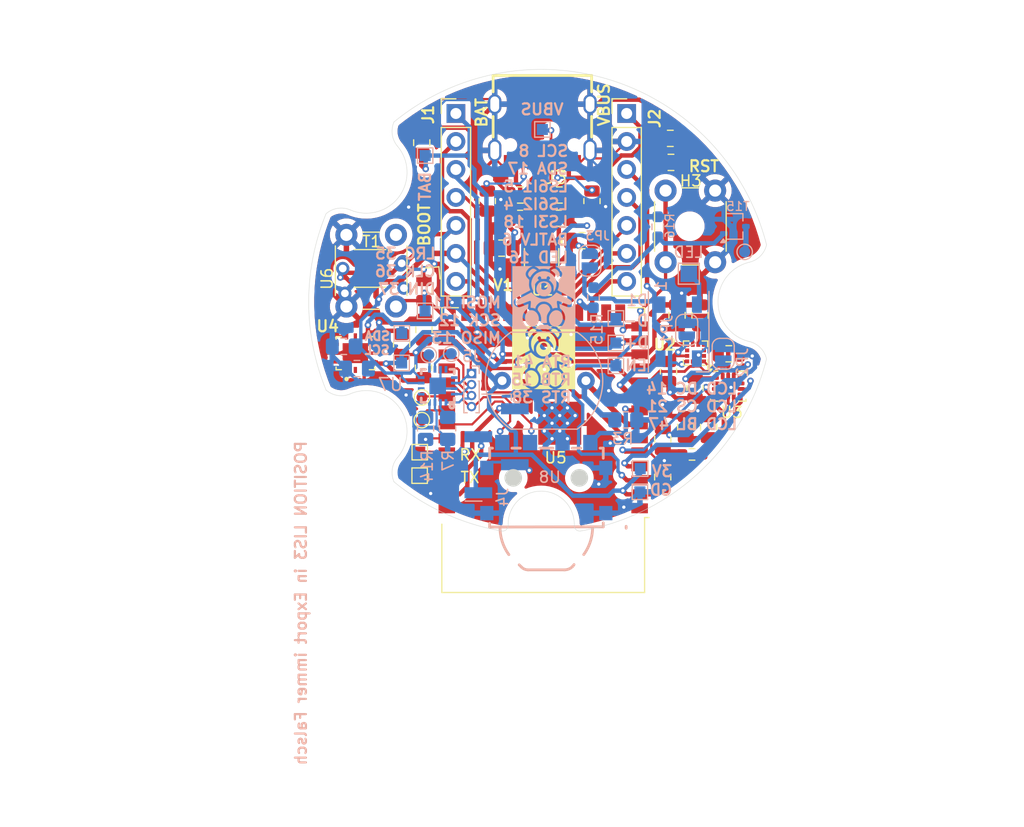
<source format=kicad_pcb>
(kicad_pcb (version 20240108) (generator "pcbnew") (generator_version "8.0")
  (layers (0 "F.Cu" signal) (31 "B.Cu" signal) (34 "B.Paste" user) (35 "F.Paste" user) (36 "B.SilkS" user "B.Silkscreen") (37 "F.SilkS" user "F.Silkscreen") (38 "B.Mask" user) (39 "F.Mask" user) (44 "Edge.Cuts" user))
  (net 0 "")
  (net 1 "GND")
  (net 2 "EN")
  (net 3 "Net-(C4-Pad1)")
  (net 4 "Net-(C5-Pad1)")
  (net 5 "VBUS")
  (net 6 "BATT_READ")
  (net 7 "Net-(U2-C1)")
  (net 8 "+3V3")
  (net 9 "LCD_DC")
  (net 10 "LCD_CS")
  (net 11 "LCD_BL")
  (net 12 "I2C_SDA")
  (net 13 "I2C_SCL")
  (net 14 "SCK")
  (net 15 "MOSI")
  (net 16 "MISO")
  (net 17 "TP_INT")
  (net 18 "Net-(J3-CC2)")
  (net 21 "Net-(J3-CC1)")
  (net 22 "USB_D-")
  (net 23 "USB_D+")
  (net 24 "LIS3_INT")
  (net 25 "LSM6_INT1")
  (net 26 "LSM6_INT2")
  (net 28 "Net-(JP1-B)")
  (net 30 "Net-(JP2-A)")
  (net 36 "Net-(U5-GPIO0{slash}BOOT)")
  (net 38 "ROT_B")
  (net 41 "Net-(U5-U0TXD{slash}GPIO43{slash}CLK_OUT1)")
  (net 42 "Net-(U5-U0RXD{slash}GPIO44{slash}CLK_OUT2)")
  (net 43 "Net-(Q1-G)")
  (net 44 "Net-(D1-DOUT)")
  (net 46 "Net-(JP3-A)")
  (net 47 "IO2")
  (net 48 "IO1")
  (net 49 "LDR")
  (net 50 "Net-(U5-MTCK{slash}GPIO39{slash}CLK_OUT3{slash}SUBSPICS1)")
  (net 51 "Net-(U5-MTDO{slash}GPIO40{slash}CLK_OUT2)")
  (net 52 "WS2812")
  (net 53 "Net-(U7-GAIN)")
  (net 54 "Net-(U7-SD)")
  (net 59 "I2SLRC")
  (net 60 "I2SDIN")
  (net 61 "I2SCLK")
  (net 62 "Net-(U7-OUTN)")
  (net 63 "Net-(U7-OUTP)")
  (net 64 "SD_CS")
  (net 65 "ROT_S")
  (net 66 "ROT_A")
  (net 67 "/LASER")
  (net 68 "LOAD_SW")
  (net 69 "I2SD")
  (footprint "TestPoint:TestPoint_Pad_D1.0mm" (layer "F.Cu") (at 89.06 110.88)
    (property "Reference" "TP12" (hide yes))
    (property "Value" "TestPoint")
  )
  (footprint "Package_LGA:LGA-14_3x2.5mm_P0.5mm_LayoutBorder3x4y" (layer "F.Cu") (at 116.865 107.8)
    (property "Reference" "U3")
    (property "Value" "LSM6DSOWTR")
  )
  (footprint "Capacitor_SMD:C_0805_2012Metric" (layer "F.Cu") (at 110.93 112.61 -90)
    (property "Reference" "C1" (hide yes))
    (property "Value" "100nF")
  )
  (footprint "Connector_PinHeader_2.54mm:PinHeader_1x07_P2.54mm_Vertical" (layer "F.Cu") (at 107.649697 83.05)
    (property "Reference" "J2")
    (property "Value" "DISP RIGHT")
  )
  (footprint "tp4056:USB-C_SMD-TYPE-C-31-M-12" (layer "F.Cu") (at 100 84.836 180)
    (property "Reference" "J3")
    (property "Value" "TYPE-C-31-M-12" (hide yes))
  )
  (footprint "Capacitor_SMD:C_0805_2012Metric" (layer "F.Cu") (at 89.05 85.7 90)
    (property "Reference" "C8" (hide yes))
    (property "Value" "100nF")
  )
  (footprint "Capacitor_SMD:C_0805_2012Metric_Pad1.18x1.45mm_HandSolder" (layer "F.Cu") (at 96.3 95.27)
    (property "Reference" "C2" (hide yes))
    (property "Value" "1uF")
  )
  (footprint "Package_LGA:Bosch_LGA-8_3x3mm_P0.8mm_ClockwisePinNumbering" (layer "F.Cu") (at 84.43 97.1125 -90)
    (property "Reference" "U6")
    (property "Value" "BME680")
  )
  (footprint "baer_klein:baerklein" (layer "F.Cu") (at 100.098943 105.2)
    (property "Reference" "H1" (hide yes))
    (property "Value" "MountingHole" (hide yes))
  )
  (footprint "Resistor_SMD:R_0805_2012Metric" (layer "F.Cu") (at 87.225 104.0125 90)
    (property "Reference" "R13" (hide yes))
    (property "Value" "10k")
  )
  (footprint "Package_LGA:LGA-12_2x2mm_P0.5mm" (layer "F.Cu") (at 113.9 104.8 180)
    (property "Reference" "U2")
    (property "Value" "LIS3MDL")
  )
  (footprint "TestPoint:TestPoint_Pad_1.0x1.0mm" (layer "F.Cu") (at 88.87 113.79)
    (property "Reference" "RX")
    (property "Value" "RXD")
  )
  (footprint "Resistor_SMD:R_0805_2012Metric" (layer "F.Cu") (at 101.49 92.56)
    (property "Reference" "R8" (hide yes))
    (property "Value" "22R")
  )
  (footprint "Capacitor_SMD:C_0805_2012Metric" (layer "F.Cu") (at 98 90.45 180)
    (property "Reference" "C4" (hide yes))
    (property "Value" "DNP")
  )
  (footprint "Capacitor_SMD:C_0805_2012Metric_Pad1.18x1.45mm_HandSolder" (layer "F.Cu") (at 103.6 94.59 180)
    (property "Reference" "C3" (hide yes))
    (property "Value" "1uF")
  )
  (footprint "tp4056:ESP32-S3-WROOM-1" (layer "F.Cu") (at 100.075 113.625 180)
    (property "Reference" "U5")
    (property "Value" "ESP32-S3-WROOM-1-Espressif")
  )
  (footprint "Connector_PinHeader_2.54mm:PinHeader_1x07_P2.54mm_Vertical" (layer "F.Cu") (at 92.149697 83.05)
    (property "Reference" "J1")
    (property "Value" "DISP LEFT")
  )
  (footprint "Resistor_SMD:R_0603_1608Metric_Pad0.98x0.95mm_HandSolder" (layer "F.Cu") (at 113.58 113.99 180)
    (property "Reference" "R1" (hide yes))
    (property "Value" "10k")
  )
  (footprint "Capacitor_SMD:C_0805_2012Metric" (layer "F.Cu") (at 115.09 111.52 -90)
    (property "Reference" "C12" (hide yes))
    (property "Value" "100nF")
  )
  (footprint "Capacitor_SMD:C_0805_2012Metric" (layer "F.Cu") (at 116.92 104.86)
    (property "Reference" "C9" (hide yes))
    (property "Value" "100nF")
  )
  (footprint "Resistor_SMD:R_0805_2012Metric" (layer "F.Cu") (at 89.25 99.12 -90)
    (property "Reference" "R10" (hide yes))
    (property "Value" "10k")
  )
  (footprint "Resistor_SMD:R_0805_2012Metric" (layer "F.Cu") (at 104.5 91 -90)
    (property "Reference" "R6" (hide yes))
    (property "Value" "5k1")
  )
  (footprint "Resistor_SMD:R_0805_2012Metric" (layer "F.Cu") (at 97.98 92.57)
    (property "Reference" "R9" (hide yes))
    (property "Value" "22R")
  )
  (footprint "MountingHole:MountingHole_2.2mm_M2" (layer "F.Cu") (at 113.38 93.28)
    (property "Reference" "H3")
    (property "Value" "MountingHole")
  )
  (footprint "TestPoint:TestPoint_Pad_1.0x1.0mm" (layer "F.Cu") (at 88.86 115.92)
    (property "Reference" "TX")
    (property "Value" "TXD")
  )
  (footprint "Resistor_SMD:R_0805_2012Metric" (layer "F.Cu") (at 95 91 -90)
    (property "Reference" "R5" (hide yes))
    (property "Value" "5k1")
  )
  (footprint "STC31-C:XDCR_STC31-C-R3" (layer "F.Cu") (at 83.025 104.8 90)
    (property "Reference" "U4")
    (property "Value" "STC31-C-R3")
  )
  (footprint "Capacitor_SMD:C_0805_2012Metric" (layer "F.Cu") (at 111.61 85.31 180)
    (property "Reference" "C6" (hide yes))
    (property "Value" "100nF")
  )
  (footprint "Resistor_SMD:R_0805_2012Metric" (layer "F.Cu") (at 89.21 106.11 -90)
    (property "Reference" "R11" (hide yes))
    (property "Value" "10k")
  )
  (footprint "MLX90640:MLX90640" (layer "F.Cu") (at 86.262355 96.094247 -130)
    (property "Reference" "T1")
    (property "Value" "MLX90640")
  )
  (footprint "Resistor_SMD:R_0805_2012Metric" (layer "F.Cu") (at 111.45 106.4675 -90)
    (property "Reference" "R4" (hide yes))
    (property "Value" "10k")
  )
  (footprint "Button_Switch_THT:SW_PUSH_6mm" (layer "F.Cu") (at 86.71 94.07 -90)
    (property "Reference" "SW1" (hide yes))
    (property "Value" "BOOT")
  )
  (footprint "Capacitor_SMD:C_0805_2012Metric" (layer "F.Cu") (at 110.92 116.05 -90)
    (property "Reference" "C19" (hide yes))
    (property "Value" "100nF")
  )
  (footprint "Capacitor_SMD:C_0805_2012Metric" (layer "F.Cu") (at 114.31 101.37 -90)
    (property "Reference" "C11" (hide yes))
    (property "Value" "100nF")
  )
  (footprint "Resistor_SMD:R_0805_2012Metric" (layer "F.Cu") (at 113.85 107.975 -90)
    (property "Reference" "R12" (hide yes))
    (property "Value" "10k")
  )
  (footprint "Capacitor_SMD:C_0805_2012Metric" (layer "F.Cu") (at 89.25 102.675 90)
    (property "Reference" "C14" (hide yes))
    (property "Value" "100nF")
  )
  (footprint "Button_Switch_THT:SW_PUSH_6mm" (layer "F.Cu") (at 115.68 90.05 -90)
    (property "Reference" "RST")
    (property "Value" "RST")
  )
  (footprint "Capacitor_SMD:C_0805_2012Metric" (layer "F.Cu") (at 112.22 101.37 -90)
    (property "Reference" "C10" (hide yes))
    (property "Value" "1uF")
  )
  (footprint "Capacitor_SMD:C_0805_2012Metric" (layer "F.Cu") (at 113.01 111.51 -90)
    (property "Reference" "C13" (hide yes))
    (property "Value" "100nF")
  )
  (footprint "Capacitor_SMD:C_0805_2012Metric" (layer "F.Cu") (at 111.67 87.49 180)
    (property "Reference" "C7" (hide yes))
    (property "Value" "1uF")
  )
  (footprint "Package_TO_SOT_SMD:SOT-23-5" (layer "F.Cu") (at 99.93 96.11 -90)
    (property "Reference" "U1")
    (property "Value" "RT9013")
  )
  (footprint "TestPoint:TestPoint_Pad_D1.0mm" (layer "F.Cu") (at 89.07 108.82)
    (property "Reference" "TP11" (hide yes))
    (property "Value" "TestPoint")
  )
  (footprint "Capacitor_SMD:C_0805_2012Metric" (layer "F.Cu") (at 101.54 90.45)
    (property "Reference" "C5" (hide yes))
    (property "Value" "DNP")
  )
  (footprint "Resistor_SMD:R_0603_1608Metric_Pad0.98x0.95mm_HandSolder" (layer "B.Cu") (at 104.64 99.77 -90)
    (property "Reference" "R15")
    (property "Value" "10k")
  )
  (footprint "LED_SMD:LED_WS2812B_PLCC4_5.0x5.0mm_P3.2mm" (layer "B.Cu") (at 112.37 102.85 -90)
    (property "Reference" "D1")
    (property "Value" "WS2812B")
  )
  (footprint "TestPoint:TestPoint_Pad_1.0x1.0mm" (layer "B.Cu") (at 108.88 115.28 180)
    (property "Reference" "TP3" (hide yes))
    (property "Value" "3V3")
  )
  (footprint "Resistor_SMD:R_0805_2012Metric_Pad1.20x1.40mm_HandSolder" (layer "B.Cu") (at 89.4 111.63 90)
    (property "Reference" "R14")
    (property "Value" "300k")
  )
  (footprint "TestPoint:TestPoint_Pad_1.5x1.5mm" (layer "B.Cu") (at 113.29 97.59 180)
    (property "Reference" "LED")
    (property "Value" "LED")
  )
  (footprint "Jumper:SolderJumper-2_P1.3mm_Open_RoundedPad1.0x1.5mm" (layer "B.Cu") (at 113.1 102.68 -90)
    (property "Reference" "JP1")
    (property "Value" "SA1")
  )
  (footprint "Resistor_SMD:R_0805_2012Metric_Pad1.20x1.40mm_HandSolder" (layer "B.Cu") (at 107.57 110.86)
    (property "Reference" "R3")
    (property "Value" "N.C.")
  )
  (footprint "Resistor_SMD:R_0805_2012Metric_Pad1.20x1.40mm_HandSolder" (layer "B.Cu") (at 91.4 111.63 90)
    (property "Reference" "R7")
    (property "Value" "100K")
  )
  (footprint "TestPoint:TestPoint_Pad_D1.0mm" (layer "B.Cu") (at 91.73 104.85 180)
    (property "Reference" "TP13" (hide yes))
    (property "Value" "TestPoint")
  )
  (footprint "OptoDevice:R_LDR_10x8.5mm_P7.6mm_Vertical" (layer "B.Cu") (at 96.35 107.299999)
    (property "Reference" "R2" (hide yes))
    (property "Value" "LDR03")
  )
  (footprint "Connector_PinHeader_2.54mm:PinHeader_1x04_P2.54mm_Vertical_SMD_Pin1Left" (layer "B.Cu") (at 95.845 113.66)
    (property "Reference" "J4")
    (property "Value" "Conn_01x04_Pin")
  )
  (footprint "tp4056:TQFN-16_L3.0-W3.0-P0.50-BL-EP1.5" (layer "B.Cu") (at 90.5 107.772 180)
    (property "Reference" "U7")
    (property "Value" "~" (hide yes))
  )
  (footprint "tp4056:SW-SMD_SIQ-02FVS3_1" (layer "B.Cu") (at 100.354999 118.184)
    (property "Reference" "U8")
    (property "Value" "~")
    (fp_poly (pts (xy -2.2 -2.0645) (xy -2.220058 -1.886483) (xy -2.279225 -1.717393) (xy -2.374535 -1.565708) (xy -2.501208 -1.439035) (xy -2.652893 -1.343725) (xy -2.821983 -1.284558) (xy -3 -1.2645) (xy -3.178017 -1.284558) (xy -3.347107 -1.343725) (xy -3.498792 -1.439035) (xy -3.625465 -1.565708) (xy -3.720775 -1.717394) (xy -3.779942 -1.886483) (xy -3.8 -2.0645) (xy -3.779943 -2.242517) (xy -3.720775 -2.411607) (xy -3.625465 -2.563292) (xy -3.498792 -2.689965) (xy -3.347107 -2.785275) (xy -3.178018 -2.844442) (xy -3 -2.8645) (xy -2.821983 -2.844442) (xy -2.652893 -2.785275) (xy -2.501208 -2.689965) (xy -2.374535 -2.563292) (xy -2.279225 -2.411607) (xy -2.220058 -2.242517)) (fill solid) (layer "Edge.Cuts"))
    (fp_poly (pts (xy 3.8 -2.0645) (xy 3.779941 -1.886483) (xy 3.720775 -1.717393) (xy 3.625465 -1.565708) (xy 3.498792 -1.439035) (xy 3.347107 -1.343724) (xy 3.178017 -1.284559) (xy 3 -1.2645) (xy 2.821983 -1.284558) (xy 2.652893 -1.343725) (xy 2.501208 -1.439035) (xy 2.374535 -1.565708) (xy 2.279225 -1.717393) (xy 2.220058 -1.886483) (xy 2.2 -2.0645) (xy 2.220058 -2.242517) (xy 2.279225 -2.411607) (xy 2.374535 -2.563291) (xy 2.501208 -2.689965) (xy 2.652893 -2.785275) (xy 2.821983 -2.844442) (xy 3 -2.8645) (xy 3.178017 -2.844442) (xy 3.347107 -2.785275) (xy 3.498792 -2.689965) (xy 3.625465 -2.563292) (xy 3.720775 -2.411607) (xy 3.779942 -2.242517)) (fill solid) (layer "Edge.Cuts"))
  )
  (footprint "TestPoint:TestPoint_Pad_1.0x1.0mm" (layer "B.Cu") (at 87.24 103.01 180)
    (property "Reference" "TP8" (hide yes))
    (property "Value" "SDA")
  )
  (footprint "Connector_PinHeader_1.00mm:PinHeader_1x04_P1.00mm_Vertical" (layer "B.Cu") (at 93.57 106.65 180)
    (property "Reference" "J5")
    (property "Value" "Conn_01x04_Pin")
  )
  (footprint "Jumper:SolderJumper-2_P1.3mm_Open_RoundedPad1.0x1.5mm" (layer "B.Cu") (at 104.31 96.41 -90)
    (property "Reference" "JP3")
    (property "Value" "Jumper_2_Small_Open")
  )
  (footprint "Resistor_SMD:R_0603_1608Metric_Pad0.98x0.95mm_HandSolder" (layer "B.Cu") (at 110.47 93.3375 90)
    (property "Reference" "R16")
    (property "Value" "10k")
  )
  (footprint "TestPoint:TestPoint_Pad_1.0x1.0mm" (layer "B.Cu") (at 106.67 103.88 180)
    (property "Reference" "TP2" (hide yes))
    (property "Value" "D+")
  )
  (footprint "Jumper:SolderJumper-2_P1.3mm_Open_RoundedPad1.0x1.5mm" (layer "B.Cu") (at 116.41 104.86 90)
    (property "Reference" "JP2")
    (property "Value" "SA0")
  )
  (footprint "TestPoint:TestPoint_Pad_1.0x1.0mm" (layer "B.Cu") (at 87.225 105.6925 180)
    (property "Reference" "TP7" (hide yes))
    (property "Value" "SCL")
  )
  (footprint "baer_klein:baerklein" (layer "B.Cu") (at 100.15 99.75 180)
    (property "Reference" "H2" (hide yes))
    (property "Value" "MountingHole" (hide yes))
  )
  (footprint "TestPoint:TestPoint_Pad_D1.0mm" (layer "B.Cu") (at 89.69 104.95 180)
    (property "Reference" "TP14" (hide yes))
    (property "Value" "TestPoint")
  )
  (footprint "TestPoint:TestPoint_Pad_1.0x1.0mm" (layer "B.Cu") (at 89.36 86.87 180)
    (property "Reference" "TP10" (hide yes))
    (property "Value" "BATT")
  )
  (footprint "TestPoint:TestPoint_Pad_1.0x1.0mm" (layer "B.Cu") (at 106.67 101.65 180)
    (property "Reference" "TP1" (hide yes))
    (property "Value" "D-")
  )
  (footprint "Package_TO_SOT_SMD:SOT-323_SC-70" (layer "B.Cu") (at 117.47 93.3)
    (property "Reference" "Q1" (hide yes))
    (property "Value" "SI1308EDL")
  )
  (footprint "Capacitor_SMD:C_0805_2012Metric_Pad1.18x1.45mm_HandSolder" (layer "B.Cu") (at 83.17 106.2 180)
    (property "Reference" "C16" (hide yes))
    (property "Value" "100nF")
  )
  (footprint "TestPoint:TestPoint_Pad_1.0x1.0mm" (layer "B.Cu") (at 89.35 100.97 180)
    (property "Reference" "TP6" (hide yes))
    (property "Value" "IO0")
  )
  (footprint "TestPoint:TestPoint_Pad_1.0x1.0mm" (layer "B.Cu") (at 100 84.5 180)
    (property "Reference" "TP9" (hide yes))
    (property "Value" "VBUS")
  )
  (footprint "TestPoint:TestPoint_Pad_1.0x1.0mm" (layer "B.Cu") (at 108.85 117.39 180)
    (property "Reference" "TP4" (hide yes))
    (property "Value" "GND")
  )
  (footprint "TestPoint:TestPoint_Pad_1.0x1.0mm" (layer "B.Cu") (at 106.67 105.95 180)
    (property "Reference" "TP5" (hide yes))
    (property "Value" "EN")
  )
  (footprint "TestPoint:TestPoint_Pad_D1.0mm" (layer "B.Cu") (at 118.36 95.61 180)
    (property "Reference" "T15")
    (property "Value" "TestPoint")
  )
  (footprint "Capacitor_SMD:C_0805_2012Metric_Pad1.18x1.45mm_HandSolder" (layer "B.Cu") (at 81.97 104.19 180)
    (property "Reference" "C15" (hide yes))
    (property "Value" "100nF")
  )
  (gr_arc (start 82.564897 108.496126) (mid 86.990284 109.698294) (end 86.847361 114.281828) (stroke (width 0.0381)) (layer "Edge.Cuts"))
  (gr_arc (start 82.564897 108.496126) (mid 81.417123 108.6393) (end 80.367639 108.153014) (stroke (width 0.0381)) (layer "Edge.Cuts"))
  (gr_arc (start 86.847361 86.017298) (mid 86.375166 84.961401) (end 86.533688 83.815644) (stroke (width 0.0381)) (layer "Edge.Cuts"))
  (gr_arc (start 96.892726 120.432637) (mid 96.72194 120.827031) (end 96.308145 120.943178) (stroke (width 0.0381)) (layer "Edge.Cuts"))
  (gr_arc (start 118.782605 103.748655) (mid 115.940824 100.149563) (end 118.782605 96.550471) (stroke (width 0.0381)) (layer "Edge.Cuts"))
  (gr_arc (start 118.782605 103.748655) (mid 119.790336 104.316428) (end 120.344571 105.331668) (stroke (width 0.0381)) (layer "Edge.Cuts"))
  (gr_arc (start 86.847361 86.017298) (mid 86.990277 90.600826) (end 82.564897 91.803) (stroke (width 0.0381)) (layer "Edge.Cuts"))
  (gr_arc (start 120.344571 94.967458) (mid 119.790336 95.982698) (end 118.782605 96.550471) (stroke (width 0.0381)) (layer "Edge.Cuts"))
  (gr_arc (start 103.473503 120.943178) (mid 103.059706 120.827035) (end 102.888922 120.432637) (stroke (width 0.0381)) (layer "Edge.Cuts"))
  (gr_arc (start 86.533688 83.815644) (mid 106.5 80.11138) (end 120.344571 94.967458) (stroke (width 0.0381)) (layer "Edge.Cuts"))
  (gr_arc (start 86.533688 116.483482) (mid 86.375164 115.337725) (end 86.847361 114.281828) (stroke (width 0.0381)) (layer "Edge.Cuts"))
  (gr_arc (start 96.892726 120.432637) (mid 99.890824 117.325828) (end 102.888922 120.432637) (stroke (width 0.0381)) (layer "Edge.Cuts"))
  (gr_arc (start 80.367639 108.153014) (mid 78.790824 100.149563) (end 80.367639 92.146112) (stroke (width 0.0381)) (layer "Edge.Cuts"))
  (gr_arc (start 80.367639 92.146112) (mid 81.417121 91.659819) (end 82.564897 91.803) (stroke (width 0.0381)) (layer "Edge.Cuts"))
  (gr_arc (start 96.308145 120.943178) (mid 91.132311 119.345876) (end 86.533688 116.483482) (stroke (width 0.0381)) (layer "Edge.Cuts"))
  (gr_arc (start 120.344571 105.331668) (mid 114.221464 115.63642) (end 103.473503 120.943178) (stroke (width 0.0381)) (layer "Edge.Cuts"))
  (gr_text "POSITION LIS3 in Export immer Falsch" (at 78.67 112.67 90) (layer "B.SilkS") (effects (font (size 1 1) (thickness 0.2) (bold yes)) (justify left bottom mirror)))
  (gr_text "LCD DC 14\nLCD CS 21\nLCD BL 47" (at 117.8 111.83 0) (layer "B.SilkS") (effects (font (size 1 1) (thickness 0.2) (bold yes)) (justify left bottom mirror)))
  (gr_text "GD" (at 111.9 117.8 0) (layer "B.SilkS") (effects (font (size 1 1) (thickness 0.2) (bold yes)) (justify left bottom mirror)))
  (gr_text "MOSI 11\nSCK 12\nMISO 13\n" (at 96.35 104.01 0) (layer "B.SilkS") (effects (font (size 1 1) (thickness 0.2) (bold yes)) (justify left bottom mirror)))
  (gr_text "LRC 35\nCLK 36\nDIN 37\n" (at 90.43 99.57 0) (layer "B.SilkS") (effects (font (size 1 1) (thickness 0.2) (bold yes)) (justify left bottom mirror)))
  (gr_text "RTA 41\nRTB 15\nRTS 38" (at 102.73 109.4 0) (layer "B.SilkS") (effects (font (size 1 1) (thickness 0.2) (bold yes)) (justify left bottom mirror)))
  (gr_text "SCL" (at 86.24 104.99 0) (layer "B.SilkS") (effects (font (size 0.8 0.8) (thickness 0.2) (bold yes)) (justify left bottom mirror)))
  (gr_text "SCL 8\nSDA 17\nLS6I1 5\nLS6I2 4\nLS3I 18\nBATLV 6\nLED 16" (at 102.46 96.7 0) (layer "B.SilkS") (effects (font (size 1 1) (thickness 0.2) (bold yes)) (justify left bottom mirror)))
  (gr_text "VBUS" (at 102.03 83.26 -0) (layer "B.SilkS") (effects (font (size 1 1) (thickness 0.2) (bold yes)) (justify left bottom mirror)))
  (gr_text "D-" (at 109.72 102.44 -0) (layer "B.SilkS") (effects (font (size 1 1) (thickness 0.2) (bold yes)) (justify left bottom mirror)))
  (gr_text "SDA" (at 86.27 103.72 0) (layer "B.SilkS") (effects (font (size 0.8 0.8) (thickness 0.2) (bold yes)) (justify left bottom mirror)))
  (gr_text "BAT" (at 89.93 88.24 90) (layer "B.SilkS") (effects (font (size 1 1) (thickness 0.2) (bold yes)) (justify left bottom mirror)))
  (gr_text "D+" (at 109.75 104.44 -0) (layer "B.SilkS") (effects (font (size 1 1) (thickness 0.2) (bold yes)) (justify left bottom mirror)))
  (gr_text "3V" (at 111.9 116.1 0) (layer "B.SilkS") (effects (font (size 1 1) (thickness 0.2) (bold yes)) (justify left bottom mirror)))
  (gr_text "EN" (at 109.62 106.5 0) (layer "B.SilkS") (effects (font (size 1 1) (thickness 0.2) (bold yes)) (justify left bottom mirror)))
  (gr_text "BAT" (at 95.06 84.42 90) (layer "F.SilkS") (effects (font (size 1 1) (thickness 0.2) (bold yes)) (justify left bottom)))
  (gr_text "VBUS" (at 106.172 84.32 90) (layer "F.SilkS") (effects (font (size 1 1) (thickness 0.2) (bold yes)) (justify left bottom)))
  (gr_text "V1" (at 95.4 99.21 0) (layer "F.SilkS") (effects (font (size 1 1) (thickness 0.2) (bold yes)) (justify left bottom)))
  (gr_text "BOOT" (at 89.86 95.21 90) (layer "F.SilkS") (effects (font (size 1 1) (thickness 0.2) (bold yes)) (justify left bottom)))
  (segment (start 114.6625 104.55) (end 114.594708 104.55) (width 0.2) (layer "F.Cu") (net 1))
  (segment (start 116.31 107.55) (end 116.46 107.7) (width 0.3) (layer "F.Cu") (net 1))
  (segment (start 95.68 89.08) (end 95.68 87.125) (width 0.3) (layer "F.Cu") (net 1))
  (segment (start 105.44 81.8) (end 108.787437 81.8) (width 0.4) (layer "F.Cu") (net 1))
  (segment (start 106.114697 87.125) (end 107.649697 85.59) (width 0.2) (layer "F.Cu") (net 1))
  (segment (start 90.61 99) (end 91.81 100.2) (width 0.381) (layer "F.Cu") (net 1))
  (segment (start 114.31 99.47) (end 114.31 100.42) (width 0.3) (layer "F.Cu") (net 1))
  (segment (start 96.6355 114.6945) (end 92.566119 118.763881) (width 0.25) (layer "F.Cu") (net 1))
  (segment (start 107.39 118.78) (end 108.190467 118.78) (width 0.4) (layer "F.Cu") (net 1))
  (segment (start 110.92 114.71) (end 111.07 114.56) (width 0.2) (layer "F.Cu") (net 1))
  (segment (start 100.109999 106.199999) (end 100.19 106.28) (width 0.3) (layer "F.Cu") (net 1))
  (segment (start 111.892302 83.662302) (end 112.56 84.33) (width 0.4) (layer "F.Cu") (net 1))
  (segment (start 95.2625 92.175) (end 95 91.9125) (width 0.3) (layer "F.Cu") (net 1))
  (segment (start 110.93 109.5) (end 110.9 109.47) (width 0.55) (layer "F.Cu") (net 1))
  (segment (start 90.48 82.6) (end 89.05 84.03) (width 0.2) (layer "F.Cu") (net 1))
  (segment (start 95.375 106.095) (end 95.479999 106.199999) (width 0.3) (layer "F.Cu") (net 1))
  (segment (start 103.8625 91.9125) (end 104.5 91.9125) (width 0.2) (layer "F.Cu") (net 1))
  (segment (start 115.705 107.55) (end 116.31 107.55) (width 0.3) (layer "F.Cu") (net 1))
  (segment (start 98.81 115.44) (end 98.0645 114.6945) (width 0.25) (layer "F.Cu") (net 1))
  (segment (start 95.213 81.74) (end 90.885577 81.74) (width 0.2) (layer "F.Cu") (net 1))
  (segment (start 115.08 110.56) (end 115.09 110.57) (width 0.55) (layer "F.Cu") (net 1))
  (segment (start 117.087758 109.567758) (end 117.087758 109.567757) (width 0.3) (layer "F.Cu") (net 1))
  (segment (start 96.285 82.32) (end 104.32 82.32) (width 0.2) (layer "F.Cu") (net 1))
  (segment (start 112.22 99.774392) (end 112.634392 99.36) (width 0.3) (layer "F.Cu") (net 1))
  (segment (start 116.1 108.06) (end 116.46 107.7) (width 0.2) (layer "F.Cu") (net 1))
  (segment (start 105.74 93.4875) (end 105.74 91.5) (width 0.5) (layer "F.Cu") (net 1))
  (segment (start 93.95 90.8625) (end 93.95 88.855) (width 0.3) (layer "F.Cu") (net 1))
  (segment (start 92.29 118.763881) (end 92.269366 118.784515) (width 0.25) (layer "F.Cu") (net 1))
  (segment (start 90.48 82.11) (end 90.48 82.6) (width 0.2) (layer "F.Cu") (net 1))
  (segment (start 110.92 115.15) (end 110.92 114.71) (width 0.2) (layer "F.Cu") (net 1))
  (segment (start 98.81 115.44) (end 99.93 114.32) (width 0.25) (layer "F.Cu") (net 1))
  (segment (start 94.08 104.8) (end 95.375 106.095) (width 0.3) (layer "F.Cu") (net 1))
  (segment (start 110.703106 82.853684) (end 111.4476 83.342011) (width 0.4) (layer "F.Cu") (net 1))
  (segment (start 90.390087 118.280087) (end 89.86 117.75) (width 0.25) (layer "F.Cu") (net 1))
  (segment (start 114.594708 104.55) (end 114.17402 104.970688) (width 0.2) (layer "F.Cu") (net 1))
  (segment (start 89.05 84.03) (end 89.05 84.75) (width 0.2) (layer "F.Cu") (net 1))
  (segment (start 94.8 107.69) (end 94.8 106.68) (width 0.3) (layer "F.Cu") (net 1))
  (segment (start 83.2425 96.7125) (end 82.963362 96.7125) (width 0.5) (layer "F.Cu") (net 1))
  (segment (start 114.253332 105.05) (end 114.17402 104.970688) (width 0.2) (layer "F.Cu") (net 1))
  (segment (start 116.865 108.71) (end 116.865 109.345) (width 0.25) (layer "F.Cu") (net 1))
  (segment (start 109.88 112.71) (end 110.93 111.66) (width 0.2) (layer "F.Cu") (net 1))
  (segment (start 92.566119 118.763881) (end 92.29 118.763881) (width 0.25) (layer "F.Cu") (net 1))
  (segment (start 111.07 114.56) (end 110.490966 114.56) (width 0.2) (layer "F.Cu") (net 1))
  (segment (start 115.715 108.06) (end 116.1 108.06) (width 0.2) (layer "F.Cu") (net 1))
  (segment (start 95.316 82.561) (end 95.68 82.925) (width 0.4) (layer "F.Cu") (net 1))
  (segment (start 117.95 104.77) (end 118.76 104.77) (width 0.3) (layer "F.Cu") (net 1))
  (segment (start 104.5 91.9125) (end 105.3275 91.9125) (width 0.2) (layer "F.Cu") (net 1))
  (segment (start 97.930456 96.345) (end 96.3375 96.345) (width 0.3) (layer "F.Cu") (net 1))
  (segment (start 93.537 84.34) (end 95.316 82.561) (width 0.4) (layer "F.Cu") (net 1))
  (segment (start 85.65 104.8) (end 85.8 104.65) (width 0.2) (layer "F.Cu") (net 1))
  (segment (start 116.865 108.105) (end 116.865 108.71) (width 0.3) (layer "F.Cu") (net 1))
  (segment (start 95.675 82.202) (end 95.213 81.74) (width 0.2) (layer "F.Cu") (net 1))
  (segment (start 111.54 112.23) (end 111.5 112.23) (width 0.2) (layer "F.Cu") (net 1))
  (segment (start 110.457509 82.707509) (end 110.703106 82.853684) (width 0.4) (layer "F.Cu") (net 1))
  (segment (start 95.68 87.125) (end 95.68 82.925) (width 0.2) (layer "F.Cu") (net 1))
  (segment (start 99.362271 96.202728) (end 98.072728 96.202728) (width 0.3) (layer "F.Cu") (net 1))
  (segment (start 84.8 104.8) (end 85.65 104.8) (width 0.2) (layer "F.Cu") (net 1))
  (segment (start 98.0645 114.6945) (end 96.6355 114.6945) (width 0.25) (layer "F.Cu") (net 1))
  (segment (start 91.824851 118.34) (end 90.507757 118.34) (width 0.25) (layer "F.Cu") (net 1))
  (segment (start 82.963362 96.7125) (end 82.21 95.959138) (width 0.5) (layer "F.Cu") (net 1))
  (segment (start 118.76 104.77) (end 119.05 105.06) (width 0.3) (layer "F.Cu") (net 1))
  (segment (start 96.8 87.725) (end 96.28 87.725) (width 0.2) (layer "F.Cu") (net 1))
  (segment (start 100.270001 106.199999) (end 104.405634 106.199999) (width 0.3) (layer "F.Cu") (net 1))
  (segment (start 96.28 87.725) (end 95.68 87.125) (width 0.2) (layer "F.Cu") (net 1))
  (segment (start 109.153709 81.97673) (end 109.937965 82.398286) (width 0.4) (layer "F.Cu") (net 1))
  (segment (start 100.19 106.28) (end 100.270001 106.199999) (width 0.3) (layer "F.Cu") (net 1))
  (segment (start 104.32 82.32) (end 104.32 87.125) (width 0.2) (layer "F.Cu") (net 1))
  (segment (start 89.05 84.75) (end 89.46 84.34) (width 0.4) (layer "F.Cu") (net 1))
  (segment (start 88.915 102.06) (end 85.394938 102.06) (width 0.3) (layer "F.Cu") (net 1))
  (segment (start 95.479999 106.199999) (end 100.109999 106.199999) (width 0.3) (layer "F.Cu") (net 1))
  (segment (start 110.93 111.66) (end 110.93 109.5) (width 0.55) (layer "F.Cu") (net 1))
  (segment (start 99.93 94.9725) (end 99.93 95.634999) (width 0.3) (layer "F.Cu") (net 1))
  (segment (start 96.8 87.725) (end 96.8 90.25) (width 0.2) (layer "F.Cu") (net 1))
  (segment (start 109.88 113.949034) (end 109.88 112.71) (width 0.2) (layer "F.Cu") (net 1))
  (segment (start 99.93 95.634999) (end 99.362271 96.202728) (width 0.3) (layer "F.Cu") (net 1))
  (segment (start 99.93 114.32) (end 99.93 113.51) (width 0.25) (layer "F.Cu") (net 1))
  (segment (start 116.865 108.985) (end 116.865 109.08) (width 0.2) (layer "F.Cu") (net 1))
  (segment (start 106.02 107.814365) (end 106.02 108.21) (width 0.3) (layer "F.Cu") (net 1))
  (segment (start 116.46 107.7) (end 116.865 108.105) (width 0.3) (layer "F.Cu") (net 1))
  (segment (start 113.58 110.56) (end 114.11 110.03) (width 0.55) (layer "F.Cu") (net 1))
  (segment (start 90.19 96.7) (end 90.61 97.12) (width 0.381) (layer "F.Cu") (net 1))
  (segment (start 108.787437 81.8) (end 109.153709 81.97673) (width 0.4) (layer "F.Cu") (net 1))
  (segment (start 95.509999 108.399999) (end 94.8 107.69) (width 0.3) (layer "F.Cu") (net 1))
  (segment (start 114.15 105.5625) (end 114.15 104.994708) (width 0.2) (layer "F.Cu") (net 1))
  (segment (start 98.809999 108.399999) (end 95.509999 108.399999) (width 0.3) (layer "F.Cu") (net 1))
  (segment (start 112.56 84.33) (end 112.56 85.31) (width 0.4) (layer "F.Cu") (net 1))
  (segment (start 114.65 110.57) (end 114.11 110.03) (width 0.2) (layer "F.Cu") (net 1))
  (segment (start 95.68 82.925) (end 96.285 82.32) (width 0.2) (layer "F.Cu") (net 1))
  (segment (start 115.09 110.57) (end 114.65 110.57) (width 0.2) (layer "F.Cu") (net 1))
  (segment (start 85.23 102.224938) (end 85.064177 102.224938) (width 0.3) (layer "F.Cu") (net 1))
  (segment (start 90.468927 118.320229) (end 90.390087 118.280087) (width 0.25) (layer "F.Cu") (net 1))
  (segment (start 117.12 107.91) (end 116.865 108.165) (width 0.2) (layer "F.Cu") (net 1))
  (segment (start 98.072728 96.202728) (end 97.930456 96.345) (width 0.3) (layer "F.Cu") (net 1))
  (segment (start 104.405634 106.199999) (end 106.02 107.814365) (width 0.3) (layer "F.Cu") (net 1))
  (segment (start 96.64 90.45) (end 96.23 90.86) (width 0.3) (layer "F.Cu") (net 1))
  (segment (start 104.6375 94.59) (end 105.74 93.4875) (width 0.5) (layer "F.Cu") (net 1))
  (segment (start 117.087758 109.567757) (end 117.365 109.290515) (width 0.3) (layer "F.Cu") (net 1))
  (segment (start 115.705 108.05) (end 115.715 108.06) (width 0.2) (layer "F.Cu") (net 1))
  (segment (start 110.490966 114.56) (end 109.88 113.949034) (width 0.2) (layer "F.Cu") (net 1))
  (segment (start 95 91.9125) (end 93.95 90.8625) (width 0.3) (layer "F.Cu") (net 1))
  (segment (start 111.4476 83.342011) (end 111.892302 83.662302) (width 0.4) (layer "F.Cu") (net 1))
  (segment (start 105.3275 91.9125) (end 105.74 91.5) (width 0.2) (layer "F.Cu") (net 1))
  (segment (start 112.634392 99.36) (end 114.2 99.36) (width 0.3) (layer "F.Cu") (net 1))
  (segment (start 85.394938 102.06) (end 85.23 102.224938) (width 0.3) (layer "F.Cu") (net 1))
  (segment (start 94.08 102.89) (end 94.08 104.8) (width 0.3) (layer "F.Cu") (net 1))
  (segment (start 99.93 113.51) (end 100.875 112.565) (width 0.25) (layer "F.Cu") (net 1))
  (segment (start 112.22 100.42) (end 112.22 99.774392) (width 0.3) (layer "F.Cu") (net 1))
  (segment (start 104.32 87.125) (end 106.114697 87.125) (width 0.2) (layer "F.Cu") (net 1))
  (segment (start 116.865 108.71) (end 116.865 109.08) (width 0.25) (layer "F.Cu") (net 1))
  (segment (start 94.8 106.68) (end 95.375 106.105) (width 0.3) (layer "F.Cu") (net 1))
  (segment (start 114.15 104.994708) (end 114.17402 104.970688) (width 0.2) (layer "F.Cu") (net 1))
  (segment (start 95.375 106.105) (end 95.375 106.095) (width 0.3) (layer "F.Cu") (net 1))
  (segment (start 109.937965 82.398286) (end 110.457509 82.707509) (width 0.4) (layer "F.Cu") (net 1))
  (segment (start 97.05 90.45) (end 95.68 89.08) (width 0.3) (layer "F.Cu") (net 1))
  (segment (start 114.2 99.36) (end 114.31 99.47) (width 0.3) (layer "F.Cu") (net 1))
  (segment (start 90.507757 118.34) (end 90.468927 118.320229) (width 0.25) (layer "F.Cu") (net 1))
  (segment (start 111.5 112.23) (end 110.93 111.66) (width 0.2) (layer "F.Cu") (net 1))
  (segment (start 104.3 82.94) (end 105.44 81.8) (width 0.4) (layer "F.Cu") (net 1))
  (segment (start 104.32 87.125) (end 103.8 87.125) (width 0.2) (layer "F.Cu") (net 1))
  (segment (start 93.95 88.855) (end 95.68 87.125) (width 0.3) (layer "F.Cu") (net 1))
  (segment (start 114.6625 105.05) (end 114.253332 105.05) (width 0.2) (layer "F.Cu") (net 1))
  (segment (start 103.8 87.125) (end 103.2 87.725) (width 0.2) (layer "F.Cu") (net 1))
  (segment (start 90.61 97.12) (end 90.61 99) (width 0.381) (layer "F.Cu") (net 1))
  (segment (start 90.813785 81.776215) (end 90.48 82.11) (width 0.2) (layer "F.Cu") (net 1))
  (segment (start 95.2625 95.27) (end 95.2625 92.175) (width 0.3) (layer "F.Cu") (net 1))
  (segment (start 90.885577 81.74) (end 90.813785 81.776215) (width 0.2) (layer "F.Cu") (net 1))
  (segment (start 116.865 109.345) (end 117.087758 109.567758) (width 0.25) (layer "F.Cu") (net 1))
  (segment (start 113.01 110.56) (end 113.58 110.56) (width 0.55) (layer "F.Cu") (net 1))
  (segment (start 102.45 90.5) (end 103.8625 91.9125) (width 0.2) (layer "F.Cu") (net 1))
  (segment (start 82.21 95.959138) (end 82.21 94.07) (width 0.5) (layer "F.Cu") (net 1))
  (segment (start 89.86 117.75) (end 89.86 117.54) (width 0.25) (layer "F.Cu") (net 1))
  (segment (start 85.23 102.224938) (end 85.23 102.05985) (width 0.3) (layer "F.Cu") (net 1))
  (segment (start 116.865 108.165) (end 116.865 108.395) (width 0.2) (layer "F.Cu") (net 1))
  (segment (start 96.3375 96.345) (end 95.2625 95.27) (width 0.3) (layer "F.Cu") (net 1))
  (segment (start 97.05 90.45) (end 96.64 90.45) (width 0.3) (layer "F.Cu") (net 1))
  (segment (start 117.365 109.290515) (end 117.365 108.71) (width 0.3) (layer "F.Cu") (net 1))
  (segment (start 89.25 101.725) (end 88.915 102.06) (width 0.3) (layer "F.Cu") (net 1))
  (segment (start 92.269366 118.784515) (end 91.824851 118.34) (width 0.25) (layer "F.Cu") (net 1))
  (segment (start 85.23 102.05985) (end 85.185075 102.014925) (width 0.3) (layer "F.Cu") (net 1))
  (segment (start 89.46 84.34) (end 93.537 84.34) (width 0.4) (layer "F.Cu") (net 1))
  (segment (start 101.575 111.165) (end 98.809999 108.399999) (width 0.3) (layer "F.Cu") (net 1))
  (segment (start 92.29 118.763881) (end 91.380261 118.763881) (width 0.25) (layer "F.Cu") (net 1))
  (via (at 98.66 103.42) (size 0.6) (drill 0.3) (layers "F.Cu" "B.Cu") (net 1))
  (via (at 106.16 112.97) (size 0.6) (drill 0.3) (layers "F.Cu" "B.Cu") (net 1))
  (via (at 114.17402 104.970688) (size 0.6) (drill 0.3) (layers "F.Cu" "B.Cu") (net 1))
  (via (at 117.12 107.91) (size 0.6) (drill 0.3) (layers "F.Cu" "B.Cu") (net 1))
  (via (at 87.63 108.6) (size 0.6) (drill 0.3) (layers "F.Cu" "B.Cu") (net 1))
  (via (at 92.93 113.74) (size 0.6) (drill 0.3) (layers "F.Cu" "B.Cu") (net 1))
  (via (at 111.07 114.56) (size 0.6) (drill 0.3) (layers "F.Cu" "B.Cu") (net 1))
  (via (at 114.11 110.03) (size 0.6) (drill 0.3) (layers "F.Cu" "B.Cu") (net 1))
  (via (at 96.23 90.86) (size 0.6) (drill 0.3) (layers "F.Cu" "B.Cu") (net 1))
  (via (at 119.05 105.06) (size 0.6) (drill 0.3) (layers "F.Cu" "B.Cu") (net 1))
  (via (at 91.81 100.2) (size 0.6) (drill 0.3) (layers "F.Cu" "B.Cu") (net 1))
  (via (at 90.19 96.7) (size 0.6) (drill 0.3) (layers "F.Cu" "B.Cu") (net 1))
  (via (at 110.9 109.47) (size 0.6) (drill 0.3) (layers "F.Cu" "B.Cu") (net 1))
  (via (at 114.17402 104.970688) (size 0.6) (drill 0.3) (layers "F.Cu" "B.Cu") (net 1))
  (via (at 96.15 97.17) (size 0.6) (drill 0.3) (layers "F.Cu" "B.Cu") (net 1))
  (via (at 111.54 112.23) (size 0.6) (drill 0.3) (layers "F.Cu" "B.Cu") (net 1))
  (via (at 102.6 103.11) (size 0.6) (drill 0.3) (layers "F.Cu" "B.Cu") (net 1))
  (via (at 100.19 106.28) (size 0.6) (drill 0.3) (layers "F.Cu" "B.Cu") (net 1))
  (via (at 112.634392 99.36) (size 0.6) (drill 0.3) (layers "F.Cu" "B.Cu") (net 1))
  (via (at 105.12 116.69) (size 0.6) (drill 0.3) (layers "F.Cu" "B.Cu") (net 1))
  (via (at 105.74 91.5) (size 0.6) (drill 0.3) (layers "F.Cu" "B.Cu") (net 1))
  (via (at 85.185075 102.014925) (size 0.6) (drill 0.3) (layers "F.Cu" "B.Cu") (net 1))
  (via (at 87.86 91.55) (size 0.6) (drill 0.3) (layers "F.Cu" "B.Cu") (net 1))
  (via (at 98.81 115.44) (size 0.6) (drill 0.3) (layers "F.Cu" "B.Cu") (net 1))
  (via (at 107.39 118.78) (size 0.6) (drill 0.3) (layers "F.Cu" "B.Cu") (net 1))
  (via (at 106.02 108.21) (size 0.5) (drill 0.3) (layers "F.Cu" "B.Cu") (net 1))
  (via (at 85.8 104.65) (size 0.6) (drill 0.3) (layers "F.Cu" "B.Cu") (net 1))
  (via (at 89.86 117.54) (size 0.6) (drill 0.3) (layers "F.Cu" "B.Cu") (net 1))
  (via (at 94.08 102.89) (size 0.6) (drill 0.3) (layers "F.Cu" "B.Cu") (net 1))
  (segment (start 83.2325 107.3) (end 82.1325 106.2) (width 0.35) (layer "B.Cu") (net 1))
  (segment (start 106.801471 109.2) (end 110.63 109.2) (width 0.3) (layer "B.Cu") (net 1))
  (segment (start 94.08 102.89) (end 94.08 102.47) (width 0.381) (layer "B.Cu") (net 1))
  (segment (start 106.02 108.21) (end 106.02 108.418529) (width 0.3) (layer "B.Cu") (net 1))
  (segment (start 108.85 117.39) (end 108.78 117.39) (width 0.4) (layer "B.Cu") (net 1))
  (segment (start 88.086782 109.556782) (end 88.375 109.845) (width 0.35) (layer "B.Cu") (net 1))
  (segment (start 91.213706 81.836294) (end 88.4 84.65) (width 0.2) (layer "B.Cu") (net 1))
  (segment (start 117.97 104.59) (end 117.171337 104.59) (width 0.3) (layer "B.Cu") (net 1))
  (segment (start 90.4 111.63) (end 91.4 112.63) (width 0.2) (layer "B.Cu") (net 1))
  (segment (start 111.91 112.23) (end 111.54 112.23) (width 0.2) (layer "B.Cu") (net 1))
  (segment (start 88.379283 111.51177) (end 88.422513 111.555) (width 0.35) (layer "B.Cu") (net 1))
  (segment (start 89.86 117.54) (end 88.347513 116.027513) (width 0.25) (layer "B.Cu") (net 1))
  (segment (start 117.12 107.91) (end 117.60005 107.91) (width 0.4) (layer "B.Cu") (net 1))
  (segment (start 85.28 107.3) (end 83.2325 107.3) (width 0.35) (layer "B.Cu") (net 1))
  (segment (start 80.9325 104.19) (end 80.9325 105) (width 0.35) (layer "B.Cu") (net 1))
  (segment (start 112.634392 101.564392) (end 113.1 102.03) (width 0.3) (layer "B.Cu") (net 1))
  (segment (start 90.748 108.02) (end 90.5 107.772) (width 0.2) (layer "B.Cu") (net 1))
  (segment (start 100.19 106.28) (end 100.19 109.08) (width 0.3) (layer "B.Cu") (net 1))
  (segment (start 88.372288 111.455225) (end 88.379283 111.51177) (width 0.35) (layer "B.Cu") (net 1))
  (segment (start 88.375 111.452513) (end 88.372288 111.455225) (width 0.35) (layer "B.Cu") (net 1))
  (segment (start 118.44 105.06) (end 117.97 104.59) (width 0.3) (layer "B.Cu") (net 1))
  (segment (start 90.325 111.555) (end 90.4 111.63) (width 0.35) (layer "B.Cu") (net 1))
  (segment (start 90.4 110.045256) (end 90.4 111.63) (width 0.2) (layer "B.Cu") (net 1))
  (segment (start 85.947796 107.967796) (end 85.28 107.3) (width 0.35) (layer "B.Cu") (net 1))
  (segment (start 110.63 109.2) (end 110.9 109.47) (width 0.3) (layer "B.Cu") (net 1))
  (segment (start 114.934708 104.21) (end 115.73 104.21) (width 0.2) (layer "B.Cu") (net 1))
  (segment (start 115 110.03) (end 117.12 107.91) (width 0.2) (layer "B.Cu") (net 1))
  (segment (start 90.75 106.272) (end 90.75 107.522) (width 0.2) (layer "B.Cu") (net 1))
  (segment (start 95.480499 114.6945) (end 97.5 114.6945) (width 0.25) (layer "B.Cu") (net 1))
  (segment (start 85.185075 104.035075) (end 85.8 104.65) (width 0.3) (layer "B.Cu") (net 1))
  (segment (start 87.63 108.6) (end 86.997796 107.967796) (width 0.35) (layer "B.Cu") (net 1))
  (segment (start 100.19 109.08) (end 100.875 109.765) (width 0.3) (layer "B.Cu") (net 1))
  (segment (start 114.11 110.03) (end 111.91 112.23) (width 0.2) (layer "B.Cu") (net 1))
  (segment (start 117.337817 107.91) (end 118.767817 106.48) (width 0.4) (layer "B.Cu") (net 1))
  (segment (start 108.57 111.694382) (end 108.57 110.86) (width 0.381) (layer "B.Cu") (net 1))
  (segment (start 106.1905 112.9395) (end 107.324882 112.9395) (width 0.381) (layer "B.Cu") (net 1))
  (segment (start 86.997796 107.967796) (end 85.947796 107.967796) (width 0.35) (layer "B.Cu") (net 1))
  (segment (start 88.4 84.65) (end 88.4 91.01) (width 0.2) (layer "B.Cu") (net 1))
  (segment (start 92 108.02) (end 90.748 108.02) (width 0.2) (layer "B.Cu") (net 1))
  (segment (start 91.4 116) (end 91.4 112.63) (width 0.25) (layer "B.Cu") (net 1))
  (segment (start 88.347513 116.027513) (end 88.347513 110.767487) (width 0.25) (layer "B.Cu") (net 1))
  (segment (start 88.4 91.01) (end 87.86 91.55) (width 0.2) (layer "B.Cu") (net 1))
  (segment (start 119.29 105.3) (end 119.05 105.06) (width 0.4) (layer "B.Cu") (net 1))
  (segment (start 105.754999 115.22) (end 105.754999 116.055001) (width 0.2) (layer "B.Cu") (net 1))
  (segment (start 117.22 93.4) (end 117.22 95.01) (width 0.5) (layer "B.Cu") (net 1))
  (segment (start 89.86 117.54) (end 91.4 116) (width 0.25) (layer "B.Cu") (net 1))
  (segment (start 90.248 109.272) (end 90.248 109.893256) (width 0.2) (layer "B.Cu") (net 1))
  (segment (start 88.422513 111.555) (end 90.325 111.555) (width 0.35) (layer "B.Cu") (net 1))
  (segment (start 94.556294 81.836294) (end 91.213706 81.836294) (width 0.2) (layer "B.Cu") (net 1))
  (segment (start 85.185075 102.014925) (end 85.185075 104.035075) (width 0.3) (layer "B.Cu") (net 1))
  (segment (start 118.767817 106.48) (end 118.909239 106.48) (width 0.4) (layer "B.Cu") (net 1))
  (segment (start 105.74 91.5) (end 105.74 88.545) (width 0.2) (layer "B.Cu") (net 1))
  (segment (start 106.02 108.418529) (end 106.801471 109.2) (width 0.3) (layer "B.Cu") (net 1))
  (segment (start 90.248 108.024) (end 90.5 107.772) (width 0.2) (layer "B.Cu") (net 1))
  (segment (start 117.12 107.91) (end 117.337817 107.91) (width 0.4) (layer "B.Cu") (net 1))
  (segment (start 114.11 110.03) (end 115 110.03) (width 0.2) (layer "B.Cu") (net 1))
  (segment (start 94.954999 115.22) (end 95.480499 114.6945) (width 0.25) (layer "B.Cu") (net 1))
  (segment (start 112.634392 99.36) (end 112.634392 101.564392) (width 0.3) (layer "B.Cu") (net 1))
  (segment (start 117.171337 104.59) (end 116.791337 104.21) (width 0.3) (layer "B.Cu") (net 1))
  (segment (start 88.347513 110.767487) (end 88.375 110.74) (width 0.25) (layer "B.Cu") (net 1))
  (segment (start 118.909239 106.48) (end 119.29 106.099239) (width 0.4) (layer "B.Cu") (net 1))
  (segment (start 119.19 105.2) (end 119.05 105.06) (width 0.2) (layer "B.Cu") (net 1))
  (segment (start 117.22 95.01) (end 115.68 96.55) (width 0.5) (layer "B.Cu") (net 1))
  (segment (start 90.75 107.522) (end 90.5 107.772) (width 0.2) (layer "B.Cu") (net 1))
  (segment (start 114.17402 104.970688) (end 114.934708 104.21) (width 0.2) (layer "B.Cu") (net 1))
  (segment (start 80.9325 105) (end 82.1325 106.2) (width 0.35) (layer "B.Cu") (net 1))
  (segment (start 119.05 105.06) (end 118.44 105.06) (width 0.3) (layer "B.Cu") (net 1))
  (segment (start 95.66 82.94) (end 94.556294 81.836294) (width 0.2) (layer "B.Cu") (net 1))
  (segment (start 105.754999 116.055001) (end 105.12 116.69) (width 0.2) (layer "B.Cu") (net 1))
  (segment (start 88.375 109.845) (end 88.375 110.74) (width 0.35) (layer "B.Cu") (net 1))
  (segment (start 116.791337 104.21) (end 115.73 104.21) (width 0.3) (layer "B.Cu") (net 1))
  (segment (start 88.375 110.74) (end 88.375 111.452513) (width 0.35) (layer "B.Cu") (net 1))
  (segment (start 105.74 88.545) (end 104.32 87.125) (width 0.2) (layer "B.Cu") (net 1))
  (segment (start 119.29 106.099239) (end 119.29 105.3) (width 0.4) (layer "B.Cu") (net 1))
  (segment (start 116.47 92.65) (end 117.22 93.4) (width 0.5) (layer "B.Cu") (net 1))
  (segment (start 107.324882 112.9395) (end 108.57 111.694382) (width 0.381) (layer "B.Cu") (net 1))
  (segment (start 88.086782 109.056782) (end 88.086782 109.556782) (width 0.35) (layer "B.Cu") (net 1))
  (segment (start 94.08 102.47) (end 91.81 100.2) (width 0.381) (layer "B.Cu") (net 1))
  (segment (start 90.248 109.272) (end 90.248 108.024) (width 0.2) (layer "B.Cu") (net 1))
  (segment (start 90.248 109.893256) (end 90.4 110.045256) (width 0.2) (layer "B.Cu") (net 1))
  (segment (start 106.16 112.97) (end 106.1905 112.9395) (width 0.381) (layer "B.Cu") (net 1))
  (segment (start 108.78 117.39) (end 107.39 118.78) (width 0.4) (layer "B.Cu") (net 1))
  (segment (start 87.63 108.6) (end 88.086782 109.056782) (width 0.35) (layer "B.Cu") (net 1))
  (segment (start 111.1 113.73) (end 112.3375 113.73) (width 0.4) (layer "F.Cu") (net 2))
  (segment (start 111.585456 116.065) (end 111.995 115.655456) (width 0.4) (layer "F.Cu") (net 2))
  (segment (start 108.825 116.345) (end 109.105 116.065) (width 0.4) (layer "F.Cu") (net 2))
  (segment (start 108.89 100.96) (end 111.18 98.67) (width 0.3) (layer "F.Cu") (net 2))
  (segment (start 111.18 90.05) (end 111.18 96.55) (width 0.4) (layer "F.Cu") (net 2))
  (segment (start 108.825 116.345) (end 107.675 116.345) (width 0.4) (layer "F.Cu") (net 2))
  (segment (start 111.18 98.67) (end 111.18 96.55) (width 0.3) (layer "F.Cu") (net 2))
  (segment (start 109.105 116.065) (end 111.585456 116.065) (width 0.4) (layer "F.Cu") (net 2))
  (segment (start 111.995 115.655456) (end 111.995 115.575) (width 0.4) (layer "F.Cu") (net 2))
  (segment (start 112.6675 114.9025) (end 112.6675 114.11) (width 0.4) (layer "F.Cu") (net 2))
  (segment (start 111.995 115.575) (end 112.6675 114.9025) (width 0.4) (layer "F.Cu") (net 2))
  (segment (start 110.93 113.56) (end 111.1 113.73) (width 0.4) (layer "F.Cu") (net 2))
  (segment (start 107.675 116.345) (end 107.21 115.88) (width 0.4) (layer "F.Cu") (net 2))
  (segment (start 112.3375 113.73) (end 112.6675 114.06) (width 0.4) (layer "F.Cu") (net 2))
  (via (at 108.89 100.96) (size 0.6) (drill 0.3) (layers "F.Cu" "B.Cu") (net 2))
  (via (at 107.21 115.88) (size 0.6) (drill 0.3) (layers "F.Cu" "B.Cu") (net 2))
  (segment (start 106.4 105.77) (end 108.89 103.28) (width 0.3) (layer "B.Cu") (net 2))
  (segment (start 107.21 115.88) (end 106.86 115.53) (width 0.3) (layer "B.Cu") (net 2))
  (segment (start 108.89 103.28) (end 108.89 100.96) (width 0.3) (layer "B.Cu") (net 2))
  (segment (start 106.298528 113.969999) (end 103.559999 113.969999) (width 0.3) (layer "B.Cu") (net 2))
  (segment (start 103.66 111.16) (end 103.66 109.498528) (width 0.3) (layer "B.Cu") (net 2))
  (segment (start 103.559999 113.969999) (end 103.28 113.69) (width 0.3) (layer "B.Cu") (net 2))
  (segment (start 103.1 105.95) (end 106.67 105.95) (width 0.3) (layer "B.Cu") (net 2))
  (segment (start 102.799999 108.638527) (end 102.799999 106.250001) (width 0.3) (layer "B.Cu") (net 2))
  (segment (start 103.66 109.498528) (end 102.799999 108.638527) (width 0.3) (layer "B.Cu") (net 2))
  (segment (start 106.86 114.531471) (end 106.298528 113.969999) (width 0.3) (layer "B.Cu") (net 2))
  (segment (start 103.28 113.69) (end 103.28 111.54) (width 0.3) (layer "B.Cu") (net 2))
  (segment (start 106.86 115.53) (end 106.86 114.531471) (width 0.3) (layer "B.Cu") (net 2))
  (segment (start 103.28 111.54) (end 103.66 111.16) (width 0.3) (layer "B.Cu") (net 2))
  (segment (start 102.799999 106.250001) (end 103.1 105.95) (width 0.3) (layer "B.Cu") (net 2))
  (segment (start 99.95 88.77) (end 99.21 88.77) (width 0.25) (layer "F.Cu") (net 3))
  (segment (start 99.21 88.77) (end 98.95 89.03) (width 0.25) (layer "F.Cu") (net 3))
  (segment (start 99.25 87.725) (end 99.25 88.73) (width 0.25) (layer "F.Cu") (net 3))
  (segment (start 98.95 89.03) (end 98.95 90.45) (width 0.25) (layer "F.Cu") (net 3))
  (segment (start 98.8925 90.5075) (end 98.95 90.45) (width 0.4) (layer "F.Cu") (net 3))
  (segment (start 100.25 88.47) (end 99.95 88.77) (width 0.25) (layer "F.Cu") (net 3))
  (segment (start 100.25 88.47) (end 100.25 87.725) (width 0.25) (layer "F.Cu") (net 3))
  (segment (start 98.8925 92.57) (end 98.8925 90.5075) (width 0.4) (layer "F.Cu") (net 3))
  (segment (start 99.25 88.73) (end 99.21 88.77) (width 0.25) (layer "F.Cu") (net 3))
  (segment (start 98.95 92.5125) (end 98.8925 92.57) (width 0.25) (layer "F.Cu") (net 3))
  (segment (start 100.75 86.28) (end 100.49 86.02) (width 0.2) (layer "F.Cu") (net 4))
  (segment (start 100.02 86.02) (end 99.75 86.29) (width 0.2) (layer "F.Cu") (net 4))
  (segment (start 100.59 92.5475) (end 100.5775 92.56) (width 0.4) (layer "F.Cu") (net 4))
  (segment (start 100.59 90.45) (end 100.59 92.5475) (width 0.4) (layer "F.Cu") (net 4))
  (segment (start 100.75 87.725) (end 100.75 90.29) (width 0.25) (layer "F.Cu") (net 4))
  (segment (start 100.75 87.47) (end 100.75 86.28) (width 0.2) (layer "F.Cu") (net 4))
  (segment (start 99.75 86.29) (end 99.75 87.47) (width 0.2) (layer "F.Cu") (net 4))
  (segment (start 100.49 86.02) (end 100.02 86.02) (width 0.2) (layer "F.Cu") (net 4))
  (segment (start 102.4 88.888834) (end 102.4 87.76) (width 0.4) (layer "F.Cu") (net 5))
  (segment (start 101.49 89.798834) (end 102.4 88.888834) (width 0.4) (layer "F.Cu") (net 5))
  (segment (start 100.78 85.484949) (end 100.78 84.58) (width 0.25) (layer "F.Cu") (net 5))
  (segment (start 97.6 87.725) (end 97.6 89.348834) (width 0.4) (layer "F.Cu") (net 5))
  (segment (start 98.98 94.9725) (end 98.98 94.310001) (width 0.4) (layer "F.Cu") (net 5))
  (segment (start 108.899697 85.19) (end 109.019697 85.31) (width 0.4) (layer "F.Cu") (net 5))
  (segment (start 100.53 93.91) (end 100.88 94.26) (width 0.4) (layer "F.Cu") (net 5))
  (segment (start 100.88 94.26) (end 100.88 94.9725) (width 0.4) (layer "F.Cu") (net 5))
  (segment (start 108.899697 86.107767) (end 108.899697 85.19) (width 0.4) (layer "F.Cu") (net 5))
  (segment (start 101.064949 85.484949) (end 102.55 86.97) (width 0.25) (layer "F.Cu") (net 5))
  (segment (start 97.6 89.348834) (end 97.98 89.728834) (width 0.4) (layer "F.Cu") (net 5))
  (segment (start 98.98 94.9725) (end 98.395 94.3875) (width 0.4) (layer "F.Cu") (net 5))
  (segment (start 110.66 87.43) (end 110.72 87.49) (width 0.4) (layer "F.Cu") (net 5))
  (segment (start 98.22 94.3875) (end 97.3375 95.27) (width 0.4) (layer "F.Cu") (net 5))
  (segment (start 110.66 85.31) (end 110.66 87.43) (width 0.4) (layer "F.Cu") (net 5))
  (segment (start 108.899697 84.3) (end 107.649697 83.05) (width 0.4) (layer "F.Cu") (net 5))
  (segment (start 102.4 87.76) (end 102.38 87.74) (width 0.4) (layer "F.Cu") (net 5))
  (segment (start 102.55 86.97) (end 102.55 87.47) (width 0.25) (layer "F.Cu") (net 5))
  (segment (start 102.4 88.888834) (end 105.123096 88.888834) (width 0.4) (layer "F.Cu") (net 5))
  (segment (start 98.98 94.310001) (end 99.380001 93.91) (width 0.4) (layer "F.Cu") (net 5))
  (segment (start 109.019697 85.31) (end 110.66 85.31) (width 0.4) (layer "F.Cu") (net 5))
  (segment (start 99.380001 93.91) (end 100.53 93.91) (width 0.4) (layer "F.Cu") (net 5))
  (segment (start 107.15193 86.86) (end 108.147464 86.86) (width 0.4) (layer "F.Cu") (net 5))
  (segment (start 101.49 94.3625) (end 101.49 89.798834) (width 0.4) (layer "F.Cu") (net 5))
  (segment (start 108.147464 86.86) (end 108.899697 86.107767) (width 0.4) (layer "F.Cu") (net 5))
  (segment (start 100.78 85.484949) (end 101.064949 85.484949) (width 0.25) (layer "F.Cu") (net 5))
  (segment (start 97.98 93.296166) (end 98.22 93.536166) (width 0.4) (layer "F.Cu") (net 5))
  (segment (start 105.123096 88.888834) (end 107.15193 86.86) (width 0.4) (layer "F.Cu") (net 5))
  (segment (start 108.899697 85.19) (end 108.899697 84.3) (width 0.4) (layer "F.Cu") (net 5))
  (segment (start 98.395 94.3875) (end 98.22 94.3875) (width 0.4) (layer "F.Cu") (net 5))
  (segment (start 100.88 94.9725) (end 101.49 94.3625) (width 0.4) (layer "F.Cu") (net 5))
  (segment (start 97.98 89.728834) (end 97.98 93.296166) (width 0.4) (layer "F.Cu") (net 5))
  (segment (start 98.22 93.536166) (end 98.22 94.3875) (width 0.4) (layer "F.Cu") (net 5))
  (via (at 100.78 84.58) (size 0.6) (drill 0.3) (layers "F.Cu" "B.Cu") (net 5))
  (segment (start 100.08 84.58) (end 100 84.5) (width 0.25) (layer "B.Cu") (net 5))
  (segment (start 100.78 84.58) (end 100.08 84.58) (width 0.25) (layer "B.Cu") (net 5))
  (segment (start 103.73 108.74) (end 103.29 108.74) (width 0.4) (layer "F.Cu") (net 6))
  (segment (start 89.05 87.72) (end 89.41 88.08) (width 0.5) (layer "F.Cu") (net 6))
  (segment (start 101.91 107.36) (end 97.73 107.36) (width 0.4) (layer "F.Cu") (net 6))
  (segment (start 92.149697 83.550303) (end 92.149697 83.05) (width 0.5) (layer "F.Cu") (net 6))
  (segment (start 108.825 112.535) (end 107.525 112.535) (width 0.4) (layer "F.Cu") (net 6))
  (segment (start 89.05 87.72) (end 89.05 86.65) (width 0.5) (layer "F.Cu") (net 6))
  (segment (start 103.29 108.74) (end 101.91 107.36) (width 0.4) (layer "F.Cu") (net 6))
  (segment (start 107.525 112.535) (end 103.73 108.74) (width 0.4) (layer "F.Cu") (net 6))
  (via (at 89.41 88.08) (size 0.6) (drill 0.3) (layers "F.Cu" "B.Cu") (net 6))
  (via (at 97.73 107.36) (size 0.6) (drill 0.3) (layers "F.Cu" "B.Cu") (net 6))
  (segment (start 89.41 87.22) (end 89.12 86.93) (width 0.4) (layer "B.Cu") (net 6))
  (segment (start 93.399697 87.01) (end 93.259697 86.87) (width 0.4) (layer "B.Cu") (net 6))
  (segment (start 93.259697 86.87) (end 89.36 86.87) (width 0.4) (layer "B.Cu") (net 6))
  (segment (start 89.41 88.08) (end 89.41 87.22) (width 0.4) (layer "B.Cu") (net 6))
  (segment (start 94.92 101.16) (end 94.92 90.46) (width 0.4) (layer "B.Cu") (net 6))
  (segment (start 94.92 90.46) (end 93.83 89.37) (width 0.4) (layer "B.Cu") (net 6))
  (segment (start 93.399697 84.3) (end 92.149697 83.05) (width 0.4) (layer "B.Cu") (net 6))
  (segment (start 97.73 107.36) (end 97.73 103.97) (width 0.4) (layer "B.Cu") (net 6))
  (segment (start 97.73 103.97) (end 94.92 101.16) (width 0.4) (layer "B.Cu") (net 6))
  (segment (start 93.399697 87.729697) (end 93.399697 87.01) (width 0.4) (layer "B.Cu") (net 6))
  (segment (start 93.83 89.37) (end 93.83 88.16) (width 0.4) (layer "B.Cu") (net 6))
  (segment (start 93.399697 87.01) (end 93.399697 84.3) (width 0.4) (layer "B.Cu") (net 6))
  (segment (start 93.83 88.16) (end 93.399697 87.729697) (width 0.4) (layer "B.Cu") (net 6))
  (segment (start 114.6625 104.05) (end 115.33 104.05) (width 0.25) (layer "F.Cu") (net 7))
  (segment (start 115.33 104.05) (end 116.05 104.77) (width 0.25) (layer "F.Cu") (net 7))
  (segment (start 89.23 98.1875) (end 89.25 98.2075) (width 0.3) (layer "F.Cu") (net 8))
  (segment (start 85.145431 96.905431) (end 85.338362 96.7125) (width 0.5) (layer "F.Cu") (net 8))
  (segment (start 113.02 112.47) (end 113.01 112.46) (width 0.3) (layer "F.Cu") (net 8))
  (segment (start 116.365 108.71) (end 116.365 109.146166) (width 0.25) (layer "F.Cu") (net 8))
  (segment (start 110.89 102.63) (end 111.91 102.63) (width 0.4) (layer "F.Cu") (net 8))
  (segment (start 110.355 117.615) (end 108.825 117.615) (width 0.4) (layer "F.Cu") (net 8))
  (segment (start 114.3325 109.37) (end 113.9625 109) (width 0.25) (layer "F.Cu") (net 8))
  (segment (start 115.52 109.67) (end 115.841166 109.67) (width 0.4) (layer "F.Cu") (net 8))
  (segment (start 84.905 99.655) (end 85.16 99.91) (width 0.5) (layer "F.Cu") (net 8))
  (segment (start 115.841166 109.67) (end 116.466917 110.295751) (width 0.4) (layer "F.Cu") (net 8))
  (segment (start 112.92 105.55) (end 112.65 105.82) (width 0.25) (layer "F.Cu") (net 8))
  (segment (start 108.825 117.615) (end 107.645 117.615) (width 0.4) (layer "F.Cu") (net 8))
  (segment (start 82.195 97.975) (end 82.15 97.93) (width 0.4) (layer "F.Cu") (net 8))
  (segment (start 118.025 109.266911) (end 118.025 108.55) (width 0.3) (layer "F.Cu") (net 8))
  (segment (start 82.05 97.83) (end 81.7325 97.5125) (width 0.4) (layer "F.Cu") (net 8))
  (segment (start 107.645 117.615) (end 107.31 117.28) (width 0.4) (layer "F.Cu") (net 8))
  (segment (start 116.423083 111.596917) (end 115.55 112.47) (width 0.3) (layer "F.Cu") (net 8))
  (segment (start 117.469177 109.822734) (end 118.025 109.266911) (width 0.3) (layer "F.Cu") (net 8))
  (segment (start 82.05 97.83) (end 82.05 97.28648) (width 0.4) (layer "F.Cu") (net 8))
  (segment (start 83.2425 97.5125) (end 83.9075 97.5125) (width 0.5) (layer "F.Cu") (net 8))
  (segment (start 110.92 117.05) (end 111.355 116.615) (width 0.3) (layer "F.Cu") (net 8))
  (segment (start 113.1375 105.55) (end 112.92 105.55) (width 0.25) (layer "F.Cu") (net 8))
  (segment (start 88.52 104.75) (end 89.25 104.02) (width 0.5) (layer "F.Cu") (net 8))
  (segment (start 81.88 97.66) (end 82.195 97.975) (width 0.4) (layer "F.Cu") (net 8))
  (segment (start 111.355 116.615) (end 111.883984 116.615) (width 0.3) (layer "F.Cu") (net 8))
  (segment (start 89.23 97.19) (end 89.23 98.1875) (width 0.3) (layer "F.Cu") (net 8))
  (segment (start 83.521638 95.9125) (end 84.514569 96.905431) (width 0.5) (layer "F.Cu") (net 8))
  (segment (start 82.5325 98.3125) (end 82.195 97.975) (width 0.4) (layer "F.Cu") (net 8))
  (segment (start 117.469177 110.594657) (end 117.469177 109.822734) (width 0.3) (layer "F.Cu") (net 8))
  (segment (start 115.09 113.408984) (end 115.09 112.47) (width 0.3) (layer "F.Cu") (net 8))
  (segment (start 111.91 102.63) (end 112.22 102.32) (width 0.4) (layer "F.Cu") (net 8))
  (segment (start 118.585 105.885) (end 118.24 105.885) (width 0.3) (layer "F.Cu") (net 8))
  (segment (start 83.9075 97.5125) (end 84.514569 96.905431) (width 0.5) (layer "F.Cu") (net 8))
  (segment (start 84.8 104) (end 86.3 104) (width 0.3) (layer "F.Cu") (net 8))
  (segment (start 113.65 103.75) (end 112.22 102.32) (width 0.3) (layer "F.Cu") (net 8))
  (segment (start 84.905 97.295862) (end 84.905 99.655) (width 0.5) (layer "F.Cu") (net 8))
  (segment (start 111.59 108.36) (end 112.1175 108.8875) (width 0.4) (layer "F.Cu") (net 8))
  (segment (start 88.345 104.925) (end 87.225 104.925) (width 0.3) (layer "F.Cu") (net 8))
  (segment (start 118.64 105.83) (end 118.585 105.885) (width 0.3) (layer "F.Cu") (net 8))
  (segment (start 81.7325 97.5125) (end 83.2425 97.5125) (width 0.4) (layer "F.Cu") (net 8))
  (segment (start 82.195 97.975) (end 82.05 97.83) (width 0.4) (layer "F.Cu") (net 8))
  (segment (start 116.466917 111.596917) (end 116.423083 111.596917) (width 0.3) (layer "F.Cu") (net 8))
  (segment (start 81.88 97.11648) (end 81.88 97.66) (width 0.4) (layer "F.Cu") (net 8))
  (segment (start 88.52 104.75) (end 88.345 104.925) (width 0.3) (layer "F.Cu") (net 8))
  (segment (start 89.25 104.02) (end 89.25 103.625) (width 0.5) (layer "F.Cu") (net 8))
  (segment (start 84.514569 96.905431) (end 84.905 97.295862) (width 0.5) (layer "F.Cu") (net 8))
  (segment (start 118.24 105.885) (end 117.365 106.76) (width 0.3) (layer "F.Cu") (net 8))
  (segment (start 86.3 104) (end 87.225 104.925) (width 0.3) (layer "F.Cu") (net 8))
  (segment (start 83.2425 98.3125) (end 82.5325 98.3125) (width 0.4) (layer "F.Cu") (net 8))
  (segment (start 109.499697 89.98) (end 107.649697 88.13) (width 0.4) (layer "F.Cu") (net 8))
  (segment (start 84.514569 96.905431) (end 85.145431 96.905431) (width 0.5) (layer "F.Cu") (net 8))
  (segment (start 111.45 107.38) (end 111.45 108.22) (width 0.4) (layer "F.Cu") (net 8))
  (segment (start 116.466917 110.295751) (end 116.466917 111.596917) (width 0.4) (layer "F.Cu") (net 8))
  (segment (start 85.338362 96.7125) (end 85.6175 96.7125) (width 0.5) (layer "F.Cu") (net 8))
  (segment (start 110.92 117.05) (end 110.355 117.615) (width 0.4) (layer "F.Cu") (net 8))
  (segment (start 111.883984 116.615) (end 115.09 113.408984) (width 0.3) (layer "F.Cu") (net 8))
  (segment (start 114.31 102.32) (end 112.22 102.32) (width 0.3) (layer "F.Cu") (net 8))
  (segment (start 116.365 109.146166) (end 115.841166 109.67) (width 0.25) (layer "F.Cu") (net 8))
  (segment (start 113.85 108.8875) (end 114.7375 108.8875) (width 0.4) (layer "F.Cu") (net 8))
  (segment (start 82.05 97.28648) (end 81.88 97.11648) (width 0.4) (layer "F.Cu") (net 8))
  (segment (start 115.55 112.47) (end 115.09 112.47) (width 0.3) (layer "F.Cu") (net 8))
  (segment (start 116.466917 111.596917) (end 117.469177 110.594657) (width 0.3) (layer "F.Cu") (net 8))
  (segment (start 114.7375 108.8875) (end 115.52 109.67) (width 0.4) (layer "F.Cu") (net 8))
  (segment (start 111.45 108.22) (end 111.59 108.36) (width 0.4) (layer "F.Cu") (net 8))
  (segment (start 82.15 97.93) (end 81.66 97.93) (width 0.4) (layer "F.Cu") (net 8))
  (segment (start 109.499697 98.71) (end 109.499697 89.98) (width 0.4) (layer "F.Cu") (net 8))
  (segment (start 112.1175 108.8875) (end 113.85 108.8875) (width 0.4) (layer "F.Cu") (net 8))
  (segment (start 83.2425 95.9125) (end 83.521638 95.9125) (width 0.5) (layer "F.Cu") (net 8))
  (segment (start 115.09 112.47) (end 113.02 112.47) (width 0.3) (layer "F.Cu") (net 8))
  (segment (start 114.15 104.0375) (end 114.15 102.48) (width 0.3) (layer "F.Cu") (net 8))
  (segment (start 113.65 104.0375) (end 113.65 103.75) (width 0.3) (layer "F.Cu") (net 8))
  (via (at 112.65 105.82) (size 0.6) (drill 0.3) (layers "F.Cu" "B.Cu") (net 8))
  (via (at 110.89 102.63) (size 0.6) (drill 0.3) (layers "F.Cu" "B.Cu") (net 8))
  (via (at 118.64 105.83) (size 0.6) (drill 0.3) (layers "F.Cu" "B.Cu") (net 8))
  (via (at 88.52 104.75) (size 0.6) (drill 0.3) (layers "F.Cu" "B.Cu") (net 8))
  (via (at 85.16 99.91) (size 0.6) (drill 0.3) (layers "F.Cu" "B.Cu") (net 8))
  (via (at 89.23 97.19) (size 0.6) (drill 0.3) (layers "F.Cu" "B.Cu") (net 8))
  (via (at 81.66 97.93) (size 0.6) (drill 0.3) (layers "F.Cu" "B.Cu") (net 8))
  (via (at 107.31 117.28) (size 0.6) (drill 0.3) (layers "F.Cu" "B.Cu") (net 8))
  (via (at 111.59 108.36) (size 0.6) (drill 0.3) (layers "F.Cu" "B.Cu") (net 8))
  (via (at 109.499697 98.71) (size 0.6) (drill 0.3) (layers "F.Cu" "B.Cu") (net 8))
  (segment (start 86.966102 97.903898) (end 85.16 99.71) (width 0.3) (layer "B.Cu") (net 8))
  (segment (start 94.104999 114.02) (end 93.954999 114.17) (width 0.4) (layer "B.Cu") (net 8))
  (segment (start 111.59 108.36) (end 111.59 107.66) (width 0.4) (layer "B.Cu") (net 8))
  (segment (start 85.16 99.71) (end 85.16 99.91) (width 0.3) (layer "B.Cu") (net 8))
  (segment (start 117.51 106.36) (end 116.21 106.36) (width 0.4) (layer "B.Cu") (net 8))
  (segment (start 89.72 103.55) (end 91.78 103.55) (width 0.5) (layer "B.Cu") (net 8))
  (segment (start 111.59 107.66) (end 112.07 108.14) (width 0.4) (layer "B.Cu") (net 8))
  (segment (start 106.48 117.28) (end 106.02 117.74) (width 0.4) (layer "B.Cu") (net 8))
  (segment (start 106.415 99.845) (end 104.285 99.845) (width 0.4) (layer "B.Cu") (net 8))
  (segment (start 85.750761 106.61) (end 83.52 104.379239) (width 0.3) (layer "B.Cu") (net 8))
  (segment (start 115.38 107.19) (end 114.57005 107.19) (width 0.4) (layer "B.Cu") (net 8))
  (segment (start 88.180811 97.19) (end 87.466913 97.903898) (width 0.3) (layer "B.Cu") (net 8))
  (segment (start 89 107.52) (end 87.78 107.52) (width 0.2) (layer "B.Cu") (net 8))
  (segment (start 110.16 102.4) (end 110.16 101.36) (width 0.4) (layer "B.Cu") (net 8))
  (segment (start 87.466913 97.903898) (end 86.966102 97.903898) (width 0.3) (layer "B.Cu") (net 8))
  (segment (start 112.15 105.67) (end 111.59 105.67) (width 0.25) (layer "B.Cu") (net 8))
  (segment (start 108.88 115.28) (end 108.88 115.71) (width 0.4) (layer "B.Cu") (net 8))
  (segment (start 88.52 104.75) (end 88.52 106.0975) (width 0.3) (layer "B.Cu") (net 8))
  (segment (start 95.16 109.83995) (end 95.16 108.489999) (width 0.4) (layer "B.Cu") (net 8))
  (segment (start 104.285 99.845) (end 103.815 99.375) (width 0.4) (layer "B.Cu") (net 8))
  (segment (start 103.815 99.375) (end 103.815 97.555) (width 0.4) (layer "B.Cu") (net 8))
  (segment (start 111.59 103.83) (end 110.16 102.4) (width 0.4) (layer "B.Cu") (net 8))
  (segment (start 85.050406 100.019594) (end 85.050406 100.320406) (width 0.5) (layer "B.Cu") (net 8))
  (segment (start 88.52 106.0975) (end 88.22875 106.38875) (width 0.3) (layer "B.Cu") (net 8))
  (segment (start 97.59 113.99) (end 97.59 112.005002) (width 0.4) (layer "B.Cu") (net 8))
  (segment (start 114.16 107.60005) (end 114.16 107.847538) (width 0.4) (layer "B.Cu") (net 8))
  (segment (start 97.404998 111.82) (end 97.14005 111.82) (width 0.4) (layer "B.Cu") (net 8))
  (segment (start 118.64 105.83) (end 118.34 106.13) (width 0.4) (layer "B.Cu") (net 8))
  (segment (start 87.25 106.61) (end 85.750761 106.61) (width 0.3) (layer "B.Cu") (net 8))
  (segment (start 97.62 114.02) (end 97.59 113.99) (width 0.4) (layer "B.Cu") (net 8))
  (segment (start 113.867538 108.14) (end 112.07 108.14) (width 0.4) (layer "B.Cu") (net 8))
  (segment (start 81.66 97.93) (end 81.66 97.33648) (width 0.4) (layer "B.Cu") (net 8))
  (segment (start 88.52 104.75) (end 89.72 103.55) (width 0.5) (layer "B.Cu") (net 8))
  (segment (start 116.21 106.36) (end 115.38 107.19) (width 0.4) (layer "B.Cu") (net 8))
  (segment (start 83.52 104.379239) (end 83.52 101.850811) (width 0.3) (layer "B.Cu") (net 8))
  (segment (start 114.57005 107.19) (end 114.16 107.60005) (width 0.4) (layer "B.Cu") (net 8))
  (segment (start 114.16 107.847538) (end 113.867538 108.14) (width 0.4) (layer "B.Cu") (net 8))
  (segment (start 93.13 104.9) (end 93.35 104.9) (width 0.5) (layer "B.Cu") (net 8))
  (segment (start 106.67 100.1) (end 106.415 99.845) (width 0.4) (layer "B.Cu") (net 8))
  (segment (start 93.954999 117.234999) (end 94.19 117.47) (width 0.4) (layer "B.Cu") (net 8))
  (segment (start 81.66 97.33648) (end 81.88 97.11648) (width 0.4) (layer "B.Cu") (net 8))
  (segment (start 111.59 107.66) (end 111.59 105.67) (width 0.4) (layer "B.Cu") (net 8))
  (segment (start 95.16 108.489999) (end 96.35 107.299999) (width 0.4) (layer "B.Cu") (net 8))
  (segment (start 95.749999 107.299999) (end 96.35 107.299999) (width 0.5) (layer "B.Cu") (net 8))
  (segment (start 88.22875 106.38875) (end 88.0075 106.61) (width 0.3) (layer "B.Cu") (net 8))
  (segment (start 97.14005 111.82) (end 95.16 109.83995) (width 0.4) (layer "B.Cu") (net 8))
  (segment (start 106.02 117.74) (end 102.765 117.74) (width 0.4) (layer "B.Cu") (net 8))
  (segment (start 107.31 117.28) (end 106.48 117.28) (width 0.4) (layer "B.Cu") (net 8))
  (segment (start 110.16 99.370303) (end 110.16 101.36) (width 0.4) (layer "B.Cu") (net 8))
  (segment (start 112.3 105.82) (end 112.15 105.67) (width 0.25) (layer "B.Cu") (net 8))
  (segment (start 102.765 117.74) (end 99.045 114.02) (width 0.4) (layer "B.Cu") (net 8))
  (segment (start 87.25 106.99) (end 87.25 106.61) (width 0.2) (layer "B.Cu") (net 8))
  (segment (start 89 107.02) (end 88.86 107.02) (width 0.2) (layer "B.Cu") (net 8))
  (segment (start 117.74 106.13) (end 117.51 106.36) (width 0.4) (layer "B.Cu") (net 8))
  (segment (start 103.815 97.555) (end 104.31 97.06) (width 0.4) (layer "B.Cu") (net 8))
  (segment (start 85.16 99.91) (end 85.050406 100.019594) (width 0.5) (layer "B.Cu") (net 8))
  (segment (start 109.85 100.1) (end 106.67 100.1) (width 0.4) (layer "B.Cu") (net 8))
  (segment (start 110.16 101.71) (end 110.16 101.9) (width 0.4) (layer "B.Cu") (net 8))
  (segment (start 83.52 101.850811) (end 85.050406 100.320406) (width 0.3) (layer "B.Cu") (net 8))
  (segment (start 109.499697 98.71) (end 110.16 99.370303) (width 0.4) (layer "B.Cu") (net 8))
  (segment (start 91.78 103.55) (end 93.13 104.9) (width 0.5) (layer "B.Cu") (net 8))
  (segment (start 111.85 108.36) (end 111.59 108.36) (width 0.4) (layer "B.Cu") (net 8))
  (segment (start 110.16 101.9) (end 110.89 102.63) (width 0.4) (layer "B.Cu") (net 8))
  (segment (start 88.86 107.02) (end 88.22875 106.38875) (width 0.2) (layer "B.Cu") (net 8))
  (segment (start 108.88 115.71) (end 107.31 117.28) (width 0.4) (layer "B.Cu") (net 8))
  (segment (start 118.34 106.13) (end 117.74 106.13) (width 0.4) (layer "B.Cu") (net 8))
  (segment (start 112.65 105.82) (end 112.3 105.82) (width 0.25) (layer "B.Cu") (net 8))
  (segment (start 111.59 105.67) (end 111.59 103.83) (width 0.4) (layer "B.Cu") (net 8))
  (segment (start 96.35 107.45231) (end 96.35 107.299999) (width 0.5) (layer "B.Cu") (net 8))
  (segment (start 97.59 112.005002) (end 97.404998 111.82) (width 0.4) (layer "B.Cu") (net 8))
  (segment (start 97.59 113.99) (end 97.56 114.02) (width 0.4) (layer "B.Cu") (net 8))
  (segment (start 99.045 114.02) (end 97.62 114.02) (width 0.4) (layer "B.Cu") (net 8))
  (segment (start 89.23 97.19) (end 88.180811 97.19) (width 0.3) (layer "B.Cu") (net 8))
  (segment (start 97.56 114.02) (end 94.104999 114.02) (width 0.4) (layer "B.Cu") (net 8))
  (segment (start 93.954999 114.17) (end 93.954999 117.234999) (width 0.4) (layer "B.Cu") (net 8))
  (segment (start 110.16 99.79) (end 109.85 100.1) (width 0.4) (layer "B.Cu") (net 8))
  (segment (start 110.16 101.36) (end 110.16 101.71) (width 0.4) (layer "B.Cu") (net 8))
  (segment (start 87.78 107.52) (end 87.25 106.99) (width 0.2) (layer "B.Cu") (net 8))
  (segment (start 88.0075 106.61) (end 87.25 106.61) (width 0.3) (layer "B.Cu") (net 8))
  (segment (start 112.07 108.14) (end 111.85 108.36) (width 0.4) (layer "B.Cu") (net 8))
  (segment (start 93.35 104.9) (end 95.749999 107.299999) (width 0.5) (layer "B.Cu") (net 8))
  (segment (start 94.18 94.469394) (end 94.18 92.660456) (width 0.3) (layer "F.Cu") (net 9))
  (segment (start 98.17 101.125) (end 98.17 100.075) (width 0.3) (layer "F.Cu") (net 9))
  (segment (start 97.085 98.99) (end 96.34 98.99) (width 0.3) (layer "F.Cu") (net 9))
  (segment (start 93.949697 94.699697) (end 94.18 94.469394) (width 0.3) (layer "F.Cu") (net 9))
  (segment (start 96.34 98.99) (end 93.949697 96.599697) (width 0.3) (layer "F.Cu") (net 9))
  (segment (start 93.01 90.67) (end 92.149697 90.67) (width 0.3) (layer "F.Cu") (net 9))
  (segment (start 93.949697 96.599697) (end 93.949697 94.699697) (width 0.3) (layer "F.Cu") (net 9))
  (segment (start 94.18 92.660456) (end 93.95 92.430456) (width 0.3) (layer "F.Cu") (net 9))
  (segment (start 93.95 92.430456) (end 93.95 91.61) (width 0.3) (layer "F.Cu") (net 9))
  (segment (start 98.17 100.075) (end 97.085 98.99) (width 0.3) (layer "F.Cu") (net 9))
  (segment (start 93.95 91.61) (end 93.01 90.67) (width 0.3) (layer "F.Cu") (net 9))
  (segment (start 90.89 86.849697) (end 90.89 91.21) (width 0.4) (layer "F.Cu") (net 10))
  (segment (start 96.9 100.59) (end 96.9 101.125) (width 0.4) (layer "F.Cu") (net 10))
  (segment (start 93.399697 97.089697) (end 96.9 100.59) (width 0.4) (layer "F.Cu") (net 10))
  (segment (start 90.89 91.21) (end 91.6 91.92) (width 0.4) (layer "F.Cu") (net 10))
  (segment (start 91.6 91.92) (end 92.661726 91.92) (width 0.4) (layer "F.Cu") (net 10))
  (segment (start 93.399697 92.657971) (end 93.399697 97.089697) (width 0.4) (layer "F.Cu") (net 10))
  (segment (start 92.661726 91.92) (end 93.399697 92.657971) (width 0.4) (layer "F.Cu") (net 10))
  (segment (start 92.149697 85.59) (end 90.89 86.849697) (width 0.4) (layer "F.Cu") (net 10))
  (segment (start 92.149697 98.29) (end 93.525 98.29) (width 0.4) (layer "F.Cu") (net 11))
  (segment (start 95.63 100.395) (end 95.63 101.125) (width 0.4) (layer "F.Cu") (net 11))
  (segment (start 93.525 98.29) (end 95.63 100.395) (width 0.4) (layer "F.Cu") (net 11))
  (segment (start 112.9124 106.4675) (end 113.3699 106.01) (width 0.25) (layer "F.Cu") (net 12))
  (segment (start 110.723834 106.4675) (end 112.9124 106.4675) (width 0.25) (layer "F.Cu") (net 12))
  (segment (start 87.571896 96.648104) (end 87.233561 96.648104) (width 0.4) (layer "F.Cu") (net 12))
  (segment (start 85.6175 97.5125) (end 86.369165 97.5125) (width 0.4) (layer "F.Cu") (net 12))
  (segment (start 96.72995 105.54) (end 106.26 105.54) (width 0.4) (layer "F.Cu") (net 12))
  (segment (start 113.65 105.9) (end 113.56 105.99) (width 0.2) (layer "F.Cu") (net 12))
  (segment (start 84.855062 102.774938) (end 86.899938 102.774938) (width 0.4) (layer "F.Cu") (net 12))
  (segment (start 113.755 106.01) (end 113.65 105.905) (width 0.2) (layer "F.Cu") (net 12))
  (segment (start 95.54 105.05) (end 96.08 105.59) (width 0.4) (layer "F.Cu") (net 12))
  (segment (start 91.359697 94) (end 90.22 94) (width 0.4) (layer "F.Cu") (net 12))
  (segment (start 96.08 105.59) (end 96.67995 105.59) (width 0.4) (layer "F.Cu") (net 12))
  (segment (start 114.31 106.01) (end 113.755 106.01) (width 0.2) (layer "F.Cu") (net 12))
  (segment (start 86.899938 102.774938) (end 87.225 103.1) (width 0.4) (layer "F.Cu") (net 12))
  (segment (start 116.365 106.73) (end 116.06 106.425) (width 0.2) (layer "F.Cu") (net 12))
  (segment (start 92.149697 93.21) (end 91.359697 94) (width 0.4) (layer "F.Cu") (net 12))
  (segment (start 84.17 102.93) (end 84.7 102.93) (width 0.4) (layer "F.Cu") (net 12))
  (segment (start 108.175 107.455) (end 108.825 107.455) (width 0.4) (layer "F.Cu") (net 12))
  (segment (start 113.3699 106.01) (end 113.755 106.01) (width 0.25) (layer "F.Cu") (net 12))
  (segment (start 108.825 107.455) (end 109.736334 107.455) (width 0.4) (layer "F.Cu") (net 12))
  (segment (start 116.06 106.425) (end 114.725 106.425) (width 0.2) (layer "F.Cu") (net 12))
  (segment (start 113.65 105.905) (end 113.65 105.5625) (width 0.2) (layer "F.Cu") (net 12))
  (segment (start 113.65 105.5625) (end 113.65 105.9) (width 0.2) (layer "F.Cu") (net 12))
  (segment (start 114.725 106.425) (end 114.31 106.01) (width 0.2) (layer "F.Cu") (net 12))
  (segment (start 109.736334 107.455) (end 110.723834 106.4675) (width 0.4) (layer "F.Cu") (net 12))
  (segment (start 96.67995 105.59) (end 96.72995 105.54) (width 0.4) (layer "F.Cu") (net 12))
  (segment (start 106.26 105.54) (end 108.175 107.455) (width 0.4) (layer "F.Cu") (net 12))
  (segment (start 84.17 102.25) (end 84.17 102.93) (width 0.4) (layer "F.Cu") (net 12))
  (segment (start 86.369165 97.5125) (end 87.233561 96.648104) (width 0.4) (layer "F.Cu") (net 12))
  (segment (start 90.22 94) (end 87.571896 96.648104) (width 0.4) (layer "F.Cu") (net 12))
  (segment (start 84.17 102.93) (end 83.825 103.275) (width 0.4) (layer "F.Cu") (net 12))
  (segment (start 84.7 102.93) (end 84.855062 102.774938) (width 0.4) (layer "F.Cu") (net 12))
  (via (at 95.54 105.05) (size 0.6) (drill 0.3) (layers "F.Cu" "B.Cu") (net 12))
  (via (at 84.17 102.25) (size 0.6) (drill 0.3) (layers "F.Cu" "B.Cu") (net 12))
  (segment (start 90.899697 94.46) (end 92.149697 93.21) (width 0.4) (layer "B.Cu") (net 12))
  (segment (start 93.998578 103.65) (end 93.85005 103.65) (width 0.4) (layer "B.Cu") (net 12))
  (segment (start 84.17 101.978629) (end 84.17 102.25) (width 0.4) (layer "B.Cu") (net 12))
  (segment (start 95.398578 105.05) (end 93.998578 103.65) (width 0.4) (layer "B.Cu") (net 12))
  (segment (start 93.38 103.031422) (end 91.868275 101.519697) (width 0.4) (layer "B.Cu") (net 12))
  (segment (start 87.24 102.32) (end 87.41 102.15) (width 0.2) (layer "B.Cu") (net 12))
  (segment (start 87.24 103.01) (end 87.24 102.32) (width 0.5) (layer "B.Cu") (net 12))
  (segment (start 90.899697 101.519697) (end 90.899697 94.46) (width 0.4) (layer "B.Cu") (net 12))
  (segment (start 84.833704 101.314925) (end 84.17 101.978629) (width 0.4) (layer "B.Cu") (net 12))
  (segment (start 90.899697 101.519697) (end 90.269394 102.15) (width 0.4) (layer "B.Cu") (net 12))
  (segment (start 90.269394 102.15) (end 87.41 102.15) (width 0.4) (layer "B.Cu") (net 12))
  (segment (start 93.38 103.17995) (end 93.38 103.031422) (width 0.4) (layer "B.Cu") (net 12))
  (segment (start 85.885075 101.724975) (end 85.475025 101.314925) (width 0.4) (layer "B.Cu") (net 12))
  (segment (start 93.85005 103.65) (end 93.38 103.17995) (width 0.4) (layer "B.Cu") (net 12))
  (segment (start 95.54 105.05) (end 95.398578 105.05) (width 0.4) (layer "B.Cu") (net 12))
  (segment (start 85.894975 101.724975) (end 85.885075 101.724975) (width 0.4) (layer "B.Cu") (net 12))
  (segment (start 87.41 102.15) (end 86.32 102.15) (width 0.4) (layer "B.Cu") (net 12))
  (segment (start 86.32 102.15) (end 85.894975 101.724975) (width 0.4) (layer "B.Cu") (net 12))
  (segment (start 91.868275 101.519697) (end 90.899697 101.519697) (width 0.4) (layer "B.Cu") (net 12))
  (segment (start 85.475025 101.314925) (end 84.833704 101.314925) (width 0.4) (layer "B.Cu") (net 12))
  (segment (start 89.19 107.2825) (end 87.3425 107.2825) (width 0.4) (layer "F.Cu") (net 13))
  (segment (start 115.48 101.980256) (end 115.009744 101.51) (width 0.2) (layer "F.Cu") (net 13))
  (segment (start 108.825 104.915) (end 96.415 104.915) (width 0.4) (layer "F.Cu") (net 13))
  (segment (start 109.503528 104.915) (end 110.17 104.248528) (width 0.4) (layer "F.Cu") (net 13))
  (segment (start 110.17 102.29) (end 111.04 101.42) (width 0.4) (layer "F.Cu") (net 13))
  (segment (start 89.609339 95.75) (end 92.149697 95.75) (width 0.5) (layer "F.Cu") (net 13))
  (segment (start 116.505 106.025) (end 115.1375 106.025) (width 0.2) (layer "F.Cu") (net 13))
  (segment (start 88.05 97.309339) (end 89.609339 95.75) (width 0.5) (layer "F.Cu") (net 13))
  (segment (start 116.135 103.785) (end 116.475456 103.785) (width 0.4) (layer "F.Cu") (net 13))
  (segment (start 96.415 104.915) (end 96.39 104.89) (width 0.4) (layer "F.Cu") (net 13))
  (segment (start 115.62 103.27) (end 116.135 103.785) (width 0.4) (layer "F.Cu") (net 13))
  (segment (start 84.95 105.75) (end 84.8 105.6) (width 0.4) (layer "F.Cu") (net 13))
  (segment (start 85.6175 98.3125) (end 86.19 98.3125) (width 0.5) (layer "F.Cu") (net 13))
  (segment (start 115.1375 106.025) (end 114.6625 105.55) (width 0.2) (layer "F.Cu") (net 13))
  (segment (start 108.825 104.915) (end 109.503528 104.915) (width 0.4) (layer "F.Cu") (net 13))
  (segment (start 87.046839 98.3125) (end 87.439669 97.919669) (width 0.5) (layer "F.Cu") (net 13))
  (segment (start 116.8 106.025) (end 116.865 105.96) (width 0.2) (layer "F.Cu") (net 13))
  (segment (start 87.439669 97.919669) (end 88.05 97.309339) (width 0.5) (layer "F.Cu") (net 13))
  (segment (start 87.046839 98.3125) (end 87.046839 98.518303) (width 0.5) (layer "F.Cu") (net 13))
  (segment (start 116.505 106.025) (end 116.8 106.025) (width 0.2) (layer "F.Cu") (net 13))
  (segment (start 86.19 98.3125) (end 87.046839 98.3125) (width 0.5) (layer "F.Cu") (net 13))
  (segment (start 111.04 101.42) (end 115.061166 101.42) (width 0.4) (layer "F.Cu") (net 13))
  (segment (start 87.046839 98.518303) (end 87.430772 98.902236) (width 0.5) (layer "F.Cu") (net 13))
  (segment (start 86.19 98.3125) (end 86.667516 98.3125) (width 0.5) (layer "F.Cu") (net 13))
  (segment (start 116.475456 103.785) (end 116.865 104.174544) (width 0.4) (layer "F.Cu") (net 13))
  (segment (start 87.3425 107.2825) (end 85.81 105.75) (width 0.4) (layer "F.Cu") (net 13))
  (segment (start 110.17 104.248528) (end 110.17 102.29) (width 0.4) (layer "F.Cu") (net 13))
  (segment (start 115.061166 101.42) (end 115.62 101.978834) (width 0.4) (layer "F.Cu") (net 13))
  (segment (start 116.865 104.174544) (end 116.865 105.96) (width 0.4) (layer "F.Cu") (net 13))
  (segment (start 115.62 101.978834) (end 115.62 103.27) (width 0.4) (layer "F.Cu") (net 13))
  (segment (start 85.81 105.75) (end 84.95 105.75) (width 0.4) (layer "F.Cu") (net 13))
  (segment (start 116.865 106.89) (end 116.865 105.96) (width 0.2) (layer "F.Cu") (net 13))
  (via (at 85.81 105.75) (size 0.6) (drill 0.3) (layers "F.Cu" "B.Cu") (net 13))
  (via (at 96.39 104.89) (size 0.6) (drill 0.3) (layers "F.Cu" "B.Cu") (net 13))
  (segment (start 87.225 105.6925) (end 85.8675 105.6925) (width 0.4) (layer "B.Cu") (net 13))
  (segment (start 89.18 102.9) (end 92.25 102.9) (width 0.4) (layer "B.Cu") (net 13))
  (segment (start 87.43 104.66) (end 87.43 104.65) (width 0.4) (layer "B.Cu") (net 13))
  (segment (start 95.51005 106.01) (end 95.74 106.01) (width 0.4) (layer "B.Cu") (net 13))
  (segment (start 92.78 103.428478) (end 93.601522 104.25) (width 0.4) (layer "B.Cu") (net 13))
  (segment (start 96.39 104.89) (end 96.39 103.7) (width 0.4) (layer "B.Cu") (net 13))
  (segment (start 93.75005 104.25) (end 95.51005 106.01) (width 0.4) (layer "B.Cu") (net 13))
  (segment (start 96.39 105.36) (end 96.39 104.89) (width 0.4) (layer "B.Cu") (net 13))
  (segment (start 92.25 102.9) (end 92.778478 103.428478) (width 0.4) (layer "B.Cu") (net 13))
  (segment (start 92.778478 103.428478) (end 92.78 103.428478) (width 0.4) (layer "B.Cu") (net 13))
  (segment (start 95.74 106.01) (end 96.39 105.36) (width 0.4) (layer "B.Cu") (net 13))
  (segment (start 87.225 105.6925) (end 87.225 104.865) (width 0.4) (layer "B.Cu") (net 13))
  (segment (start 93.601522 104.25) (end 93.75005 104.25) (width 0.4) (layer "B.Cu") (net 13))
  (segment (start 87.225 104.865) (end 87.43 104.66) (width 0.4) (layer "B.Cu") (net 13))
  (segment (start 96.39 103.7) (end 93.38 100.69) (width 0.4) (layer "B.Cu") (net 13))
  (segment (start 85.8675 105.6925) (end 85.81 105.75) (width 0.4) (layer "B.Cu") (net 13))
  (segment (start 87.43 104.65) (end 89.18 102.9) (width 0.4) (layer "B.Cu") (net 13))
  (segment (start 93.38 96.980303) (end 92.149697 95.75) (width 0.4) (layer "B.Cu") (net 13))
  (segment (start 93.38 100.69) (end 93.38 96.980303) (width 0.4) (layer "B.Cu") (net 13))
  (segment (start 101.73 99.375) (end 102.396472 99.375) (width 0.4) (layer "F.Cu") (net 14))
  (segment (start 106.021472 95.75) (end 107.649697 95.75) (width 0.4) (layer "F.Cu") (net 14))
  (segment (start 100.71 101.125) (end 100.71 100.395) (width 0.4) (layer "F.Cu") (net 14))
  (segment (start 102.396472 99.375) (end 106.021472 95.75) (width 0.4) (layer "F.Cu") (net 14))
  (segment (start 100.71 100.395) (end 101.73 99.375) (width 0.4) (layer "F.Cu") (net 14))
  (segment (start 101.98 100.395) (end 102.4 99.975) (width 0.4) (layer "F.Cu") (net 15))
  (segment (start 102.4 99.975) (end 102.645 99.975) (width 0.4) (layer "F.Cu") (net 15))
  (segment (start 101.98 101.125) (end 101.98 100.395) (width 0.4) (layer "F.Cu") (net 15))
  (segment (start 105.62 97) (end 108.167464 97) (width 0.4) (layer "F.Cu") (net 15))
  (segment (start 108.167464 97) (end 108.899697 96.267767) (width 0.4) (layer "F.Cu") (net 15))
  (segment (start 108.899697 96.267767) (end 108.899697 91.92) (width 0.4) (layer "F.Cu") (net 15))
  (segment (start 102.645 99.975) (end 105.62 97) (width 0.4) (layer "F.Cu") (net 15))
  (segment (start 108.899697 91.92) (end 107.649697 90.67) (width 0.4) (layer "F.Cu") (net 15))
  (segment (start 107.231827 93.761827) (end 102.168654 98.825) (width 0.3) (layer "F.Cu") (net 16))
  (segment (start 102.168654 98.825) (end 101.065 98.825) (width 0.3) (layer "F.Cu") (net 16))
  (segment (start 99.44 101.125) (end 99.44 100.45) (width 0.4) (layer "F.Cu") (net 16))
  (segment (start 101.065 98.825) (end 99.44 100.45) (width 0.3) (layer "F.Cu") (net 16))
  (segment (start 104.52 101.125) (end 104.52 99.975) (width 0.4) (layer "F.Cu") (net 17))
  (segment (start 106.205 98.29) (end 107.649697 98.29) (width 0.4) (layer "F.Cu") (net 17))
  (segment (start 104.52 99.975) (end 106.205 98.29) (width 0.4) (layer "F.Cu") (net 17))
  (segment (start 95 90.0875) (end 95 89.47) (width 0.4) (layer "F.Cu") (net 18))
  (segment (start 98.23 88.704246) (end 98.23 87.74) (width 0.2) (layer "F.Cu") (net 18))
  (segment (start 95 89.47) (end 94.94 89.41) (width 0.4) (layer "F.Cu") (net 18))
  (segment (start 98.3 88.774246) (end 98.23 88.704246) (width 0.2) (layer "F.Cu") (net 18))
  (via (at 98.3 88.774246) (size 0.6) (drill 0.3) (layers "F.Cu" "B.Cu") (net 18))
  (via (at 94.94 89.41) (size 0.6) (drill 0.3) (layers "F.Cu" "B.Cu") (net 18))
  (segment (start 98.358531 88.832777) (end 98.3 88.774246) (width 0.2) (layer "B.Cu") (net 18))
  (segment (start 97.966566 89.41) (end 98.358531 89.018035) (width 0.2) (layer "B.Cu") (net 18))
  (segment (start 94.94 89.41) (end 97.966566 89.41) (width 0.2) (layer "B.Cu") (net 18))
  (segment (start 98.358531 89.018035) (end 98.358531 88.832777) (width 0.2) (layer "B.Cu") (net 18))
  (segment (start 101.375 88.89) (end 101.25 88.765) (width 0.2) (layer "F.Cu") (net 21))
  (segment (start 101.25 88.765) (end 101.25 87.725) (width 0.2) (layer "F.Cu") (net 21))
  (via (at 101.375 88.89) (size 0.6) (drill 0.3) (layers "F.Cu" "B.Cu") (net 21))
  (via (at 104.5 90) (size 0.6) (drill 0.3) (layers "F.Cu" "B.Cu") (net 21))
  (segment (start 104 90) (end 104.5 90) (width 0.2) (layer "B.Cu") (net 21))
  (segment (start 101.375 88.89) (end 102.89 88.89) (width 0.2) (layer "B.Cu") (net 21))
  (segment (start 102.89 88.89) (end 104 90) (width 0.2) (layer "B.Cu") (net 21))
  (segment (start 103.0725 93.23) (end 102.4025 92.56) (width 0.4) (layer "F.Cu") (net 22))
  (segment (start 104.04 93.23) (end 103.0725 93.23) (width 0.4) (layer "F.Cu") (net 22))
  (segment (start 107.645 102.375) (end 108.825 102.375) (width 0.4) (layer "F.Cu") (net 22))
  (segment (start 107.31 102.71) (end 107.645 102.375) (width 0.4) (layer "F.Cu") (net 22))
  (via (at 104.04 93.23) (size 0.6) (drill 0.3) (layers "F.Cu" "B.Cu") (net 22))
  (via (at 107.31 102.71) (size 0.6) (drill 0.3) (layers "F.Cu" "B.Cu") (net 22))
  (segment (start 103.38 102.22) (end 107.24 102.22) (width 0.4) (layer "B.Cu") (net 22))
  (segment (start 104.04 93.23) (end 102.66 93.23) (width 0.4) (layer "B.Cu") (net 22))
  (segment (start 102.46 101.3) (end 103.38 102.22) (width 0.4) (layer "B.Cu") (net 22))
  (segment (start 107.24 102.22) (end 107.31 102.29) (width 0.4) (layer "B.Cu") (net 22))
  (segment (start 101.4 97.35) (end 102.46 98.41) (width 0.4) (layer "B.Cu") (net 22))
  (segment (start 102.46 98.41) (end 102.46 101.3) (width 0.4) (layer "B.Cu") (net 22))
  (segment (start 101.4 94.49) (end 101.4 97.35) (width 0.4) (layer "B.Cu") (net 22))
  (segment (start 107.31 102.29) (end 107.31 102.71) (width 0.4) (layer "B.Cu") (net 22))
  (segment (start 102.66 93.23) (end 101.4 94.49) (width 0.4) (layer "B.Cu") (net 22))
  (segment (start 108.825 103.645) (end 107.495 103.645) (width 0.4) (layer "F.Cu") (net 23))
  (segment (start 97.0675 93.4175) (end 97.0675 92.57) (width 0.4) (layer "F.Cu") (net 23))
  (segment (start 97.5 93.85) (end 97.0675 93.4175) (width 0.4) (layer "F.Cu") (net 23))
  (segment (start 107.495 103.645) (end 107.29 103.85) (width 0.4) (layer "F.Cu") (net 23))
  (via (at 107.29 103.85) (size 0.6) (drill 0.3) (layers "F.Cu" "B.Cu") (net 23))
  (via (at 97.5 93.85) (size 0.6) (drill 0.3) (layers "F.Cu" "B.Cu") (net 23))
  (segment (start 107.29 103.85) (end 106.62 103.85) (width 0.4) (layer "B.Cu") (net 23))
  (segment (start 106.62 103.85) (end 106.07 104.4) (width 0.4) (layer "B.Cu") (net 23))
  (segment (start 97.37 100.45) (end 101.32 104.4) (width 0.4) (layer "B.Cu") (net 23))
  (segment (start 97.37 93.98) (end 97.37 100.45) (width 0.4) (layer "B.Cu") (net 23))
  (segment (start 101.32 104.4) (end 106.07 104.4) (width 0.4) (layer "B.Cu") (net 23))
  (segment (start 97.5 93.85) (end 97.37 93.98) (width 0.4) (layer "B.Cu") (net 23))
  (segment (start 109.975 105.765) (end 109.975 105.391334) (width 0.4) (layer "F.Cu") (net 24))
  (segment (start 108.825 106.185) (end 109.555 106.185) (width 0.4) (layer "F.Cu") (net 24))
  (segment (start 109.975 105.391334) (end 111.353834 104.0125) (width 0.4) (layer "F.Cu") (net 24))
  (segment (start 111.353834 104.0125) (end 113.1 104.0125) (width 0.4) (layer "F.Cu") (net 24))
  (segment (start 109.555 106.185) (end 109.975 105.765) (width 0.4) (layer "F.Cu") (net 24))
  (segment (start 115.15 108.55) (end 114.86 108.26) (width 0.25) (layer "F.Cu") (net 25))
  (segment (start 114.86 108.26) (end 114.86 107.89) (width 0.25) (layer "F.Cu") (net 25))
  (segment (start 115.705 108.55) (end 115.15 108.55) (width 0.25) (layer "F.Cu") (net 25))
  (segment (start 107.505 113.805) (end 107.28 113.58) (width 0.25) (layer "F.Cu") (net 25))
  (segment (start 108.825 113.805) (end 107.505 113.805) (width 0.25) (layer "F.Cu") (net 25))
  (via (at 107.28 113.58) (size 0.6) (drill 0.3) (layers "F.Cu" "B.Cu") (net 25))
  (via (at 114.86 107.89) (size 0.6) (drill 0.3) (layers "F.Cu" "B.Cu") (net 25))
  (segment (start 107.28 113.58) (end 109.17 113.58) (width 0.25) (layer "B.Cu") (net 25))
  (segment (start 109.17 113.58) (end 114.86 107.89) (width 0.25) (layer "B.Cu") (net 25))
  (segment (start 118.815085 107.387939) (end 118.815085 107.814915) (width 0.25) (layer "F.Cu") (net 26))
  (segment (start 108.825 115.075) (end 107.755 115.075) (width 0.4) (layer "F.Cu") (net 26))
  (segment (start 107.755 115.075) (end 107.46 114.78) (width 0.4) (layer "F.Cu") (net 26))
  (segment (start 118.884488 107.318536) (end 118.815085 107.387939) (width 0.25) (layer "F.Cu") (net 26))
  (segment (start 118.58 108.05) (end 118.025 108.05) (width 0.25) (layer "F.Cu") (net 26))
  (segment (start 118.815085 107.814915) (end 118.58 108.05) (width 0.25) (layer "F.Cu") (net 26))
  (via (at 118.884488 107.318536) (size 0.6) (drill 0.3) (layers "F.Cu" "B.Cu") (net 26))
  (via (at 107.46 114.78) (size 0.6) (drill 0.3) (layers "F.Cu" "B.Cu") (net 26))
  (segment (start 118.89 107.560218) (end 118.731372 107.956148) (width 0.4) (layer "B.Cu") (net 26))
  (segment (start 113.55752 113.13) (end 110.362462 113.13) (width 0.4) (layer "B.Cu") (net 26))
  (segment (start 118.884488 107.318536) (end 118.884488 107.554706) (width 0.4) (layer "B.Cu") (net 26))
  (segment (start 118.731372 107.956148) (end 113.55752 113.13) (width 0.4) (layer "B.Cu") (net 26))
  (segment (start 108.135 114.105) (end 107.46 114.78) (width 0.4) (layer "B.Cu") (net 26))
  (segment (start 118.884488 107.554706) (end 118.89 107.560218) (width 0.4) (layer "B.Cu") (net 26))
  (segment (start 118.866176 107.336848) (end 118.866176 107.821344) (width 0.25) (layer "B.Cu") (net 26))
  (segment (start 118.89 107.560218) (end 118.733426 107.951021) (width 0.4) (layer "B.Cu") (net 26))
  (segment (start 118.866176 107.821344) (end 118.790652 107.896868) (width 0.25) (layer "B.Cu") (net 26))
  (segment (start 109.387462 114.105) (end 108.135 114.105) (width 0.4) (layer "B.Cu") (net 26))
  (segment (start 110.362462 113.13) (end 109.387462 114.105) (width 0.4) (layer "B.Cu") (net 26))
  (segment (start 118.884488 107.318536) (end 118.866176 107.336848) (width 0.25) (layer "B.Cu") (net 26))
  (segment (start 111.955 105.05) (end 111.45 105.555) (width 0.25) (layer "F.Cu") (net 28))
  (segment (start 112.2925 104.7125) (end 111.45 105.555) (width 0.4) (layer "F.Cu") (net 28))
  (segment (start 113.1375 105.05) (end 111.955 105.05) (width 0.25) (layer "F.Cu") (net 28))
  (segment (start 112.33 104.7125) (end 112.2925 104.7125) (width 0.4) (layer "F.Cu") (net 28))
  (via (at 112.33 104.7125) (size 0.6) (drill 0.3) (layers "F.Cu" "B.Cu") (net 28))
  (segment (start 113.1 103.9425) (end 112.33 104.7125) (width 0.4) (layer "B.Cu") (net 28))
  (segment (start 113.1 103.33) (end 113.1 103.9425) (width 0.4) (layer "B.Cu") (net 28))
  (segment (start 112.99619 107.134086) (end 113.778414 107.134086) (width 0.4) (layer "F.Cu") (net 30))
  (segment (start 113.778414 107.134086) (end 113.85 107.0625) (width 0.4) (layer "F.Cu") (net 30))
  (segment (start 115.705 107.05) (end 113.8625 107.05) (width 0.3) (layer "F.Cu") (net 30))
  (via (at 112.99619 107.134086) (size 0.6) (drill 0.3) (layers "F.Cu" "B.Cu") (net 30))
  (segment (start 112.99619 107.134086) (end 113.540276 106.59) (width 0.4) (layer "B.Cu") (net 30))
  (segment (start 115.07 106.59) (end 116.15 105.51) (width 0.4) (layer "B.Cu") (net 30))
  (segment (start 116.15 105.51) (end 116.41 105.51) (width 0.4) (layer "B.Cu") (net 30))
  (segment (start 113.540276 106.59) (end 115.07 106.59) (width 0.4) (layer "B.Cu") (net 30))
  (segment (start 91.325 101.735) (end 89.6225 100.0325) (width 0.3) (layer "F.Cu") (net 36))
  (segment (start 89.6225 100.0325) (end 89.25 100.0325) (width 0.3) (layer "F.Cu") (net 36))
  (segment (start 89.25 100.0325) (end 89.25 99.38) (width 0.3) (layer "F.Cu") (net 36))
  (segment (start 89.25 100.0325) (end 87.2475 100.0325) (width 0.3) (layer "F.Cu") (net 36))
  (segment (start 87.2475 100.0325) (end 86.71 100.57) (width 0.3) (layer "F.Cu") (net 36))
  (segment (start 91.325 102.375) (end 91.325 101.735) (width 0.3) (layer "F.Cu") (net 36))
  (segment (start 89.25 99.38) (end 89.29 99.34) (width 0.3) (layer "F.Cu") (net 36))
  (via (at 89.29 99.34) (size 0.6) (drill 0.3) (layers "F.Cu" "B.Cu") (net 36))
  (segment (start 89.29 100.91) (end 89.35 100.97) (width 0.3) (layer "B.Cu") (net 36))
  (segment (start 89.29 99.34) (end 89.29 100.91) (width 0.3) (layer "B.Cu") (net 36))
  (segment (start 107.665 109.995) (end 107.53 109.86) (width 0.4) (layer "F.Cu") (net 38))
  (segment (start 108.825 109.995) (end 107.665 109.995) (width 0.4) (layer "F.Cu") (net 38))
  (via (at 107.53 109.86) (size 0.6) (drill 0.3) (layers "F.Cu" "B.Cu") (net 38))
  (segment (start 104.354999 112.919999) (end 105.220701 112.054297) (width 0.4) (layer "B.Cu") (net 38))
  (segment (start 107.445703 112.054297) (end 107.57 111.93) (width 0.4) (layer "B.Cu") (net 38))
  (segment (start 107.57 111.93) (end 107.57 109.9) (width 0.4) (layer "B.Cu") (net 38))
  (segment (start 105.220701 112.054297) (end 107.445703 112.054297) (width 0.4) (layer "B.Cu") (net 38))
  (segment (start 107.57 109.9) (end 107.53 109.86) (width 0.4) (layer "B.Cu") (net 38))
  (segment (start 90.12 115.075) (end 89.705 115.075) (width 0.3) (layer "F.Cu") (net 41))
  (segment (start 91.325 115.075) (end 90.12 115.075) (width 0.3) (layer "F.Cu") (net 41))
  (segment (start 89.705 115.075) (end 88.86 115.92) (width 0.3) (layer "F.Cu") (net 41))
  (segment (start 89.76 113.79) (end 88.87 113.79) (width 0.3) (layer "F.Cu") (net 42))
  (segment (start 91.325 113.805) (end 89.775 113.805) (width 0.3) (layer "F.Cu") (net 42))
  (segment (start 89.775 113.805) (end 89.76 113.79) (width 0.3) (layer "F.Cu") (net 42))
  (segment (start 110.47 94.25) (end 111.05 94.83) (width 0.4) (layer "B.Cu") (net 43))
  (segment (start 110.47 94.25) (end 110.47 94.626754) (width 0.4) (layer "B.Cu") (net 43))
  (segment (start 105.0425 98.8575) (end 104.64 98.8575) (width 0.4) (layer "B.Cu") (net 43))
  (segment (start 111.05 94.83) (end 115.59 94.83) (width 0.4) (layer "B.Cu") (net 43))
  (segment (start 115.59 94.83) (end 116.47 93.95) (width 0.4) (layer "B.Cu") (net 43))
  (segment (start 110.47 94.626754) (end 108.006754 97.09) (width 0.4) (layer "B.Cu") (net 43))
  (segment (start 108.006754 97.09) (end 106.81 97.09) (width 0.4) (layer "B.Cu") (net 43))
  (segment (start 106.81 97.09) (end 105.0425 98.8575) (width 0.4) (layer "B.Cu") (net 43))
  (segment (start 114.22 98.52) (end 114.22 100.2) (width 0.4) (layer "B.Cu") (net 44))
  (segment (start 114.22 100.2) (end 114.02 100.4) (width 0.4) (layer "B.Cu") (net 44))
  (segment (start 113.29 97.59) (end 114.22 98.52) (width 0.4) (layer "B.Cu") (net 44))
  (segment (start 100.88 97.2475) (end 102.5625 95.565) (width 0.4) (layer "F.Cu") (net 46))
  (segment (start 102.5625 95.565) (end 102.5625 94.59) (width 0.4) (layer "F.Cu") (net 46))
  (segment (start 102.83 94.59) (end 103.3 95.06) (width 0.4) (layer "F.Cu") (net 46))
  (segment (start 102.5625 94.59) (end 102.83 94.59) (width 0.4) (layer "F.Cu") (net 46))
  (via (at 103.3 95.06) (size 0.6) (drill 0.3) (layers "F.Cu" "B.Cu") (net 46))
  (segment (start 103.3 95.06) (end 103.61 95.06) (width 0.4) (layer "B.Cu") (net 46))
  (segment (start 103.61 95.06) (end 104.31 95.76) (width 0.4) (layer "B.Cu") (net 46))
  (segment (start 92.055 116.345) (end 92.475 115.925) (width 0.4) (layer "F.Cu") (net 47))
  (segment (start 93.63 114.02995) (end 93.63 112.33) (width 0.4) (layer "F.Cu") (net 47))
  (segment (start 93.63 112.33) (end 96.11 109.85) (width 0.4) (layer "F.Cu") (net 47))
  (segment (start 92.475 115.18495) (end 93.63 114.02995) (width 0.4) (layer "F.Cu") (net 47))
  (segment (start 92.475 115.925) (end 92.475 115.18495) (width 0.4) (layer "F.Cu") (net 47))
  (segment (start 91.325 116.345) (end 92.055 116.345) (width 0.4) (layer "F.Cu") (net 47))
  (via (at 96.11 109.8) (size 0.6) (drill 0.3) (layers "F.Cu" "B.Cu") (net 47))
  (segment (start 96.11 109.85) (end 97.8 109.85) (width 0.4) (layer "B.Cu") (net 47))
  (segment (start 94.444975 113.23) (end 94.444975 114.063503) (width 0.4) (layer "F.Cu") (net 48))
  (segment (start 93.19 115.318478) (end 93.19 116.9) (width 0.4) (layer "F.Cu") (net 48))
  (segment (start 94.444975 114.063503) (end 93.19 115.318478) (width 0.4) (layer "F.Cu") (net 48))
  (segment (start 93.19 116.9) (end 92.475 117.615) (width 0.4) (layer "F.Cu") (net 48))
  (segment (start 92.475 117.615) (end 91.325 117.615) (width 0.4) (layer "F.Cu") (net 48))
  (via (at 94.444975 113.23) (size 0.6) (drill 0.3) (layers "F.Cu" "B.Cu") (net 48))
  (segment (start 94.444975 113.23) (end 94.444975 112.435025) (width 0.4) (layer "B.Cu") (net 48))
  (segment (start 94.444975 112.435025) (end 94.49 112.39) (width 0.4) (layer "B.Cu") (net 48))
  (segment (start 103.93658 107.457342) (end 107.744238 111.265) (width 0.5) (layer "F.Cu") (net 49))
  (segment (start 107.744238 111.265) (end 108.825 111.265) (width 0.5) (layer "F.Cu") (net 49))
  (segment (start 103.82654 107.457342) (end 103.93658 107.457342) (width 0.5) (layer "F.Cu") (net 49))
  (segment (start 103.81 108.8) (end 105.42 110.41) (width 0.5) (layer "B.Cu") (net 49))
  (segment (start 103.81 107.440802) (end 103.81 108.8) (width 0.5) (layer "B.Cu") (net 49))
  (segment (start 105.42 110.41) (end 106.57 110.41) (width 0.5) (layer "B.Cu") (net 49))
  (segment (start 91.325 108.725) (end 89.125 108.725) (width 0.2) (layer "F.Cu") (net 50))
  (segment (start 89.125 108.725) (end 89.08 108.68) (width 0.2) (layer "F.Cu") (net 50))
  (segment (start 91.325 109.995) (end 89.545 109.995) (width 0.2) (layer "F.Cu") (net 51))
  (segment (start 89.545 109.995) (end 89.06 110.48) (width 0.2) (layer "F.Cu") (net 51))
  (segment (start 108.235 108.725) (end 108.825 108.725) (width 0.5) (layer "F.Cu") (net 52))
  (segment (start 107.79 108.43) (end 107.94 108.43) (width 0.5) (layer "F.Cu") (net 52))
  (segment (start 107.94 108.43) (end 108.235 108.725) (width 0.5) (layer "F.Cu") (net 52))
  (segment (start 107.05 107.69) (end 107.79 108.43) (width 0.5) (layer "F.Cu") (net 52))
  (via (at 107.05 107.69) (size 0.6) (drill 0.3) (layers "F.Cu" "B.Cu") (net 52))
  (segment (start 108.36 106.38) (end 109.64 106.38) (width 0.5) (layer "B.Cu") (net 52))
  (segment (start 107.05 107.69) (end 108.36 106.38) (width 0.5) (layer "B.Cu") (net 52))
  (segment (start 109.64 106.38) (end 110.72 105.3) (width 0.5) (layer "B.Cu") (net 52))
  (segment (start 90.749 109.798) (end 91.4 110.449) (width 0.2) (layer "B.Cu") (net 53))
  (segment (start 90.749 109.272) (end 90.749 109.798) (width 0.2) (layer "B.Cu") (net 53))
  (segment (start 91.4 110.449) (end 91.4 110.63) (width 0.2) (layer "B.Cu") (net 53))
  (segment (start 89.749 110.281) (end 89.4 110.63) (width 0.2) (layer "B.Cu") (net 54))
  (segment (start 89.749 109.272) (end 89.749 110.281) (width 0.2) (layer "B.Cu") (net 54))
  (segment (start 92.176471 103.645) (end 93.5 104.968529) (width 0.2) (layer "F.Cu") (net 59))
  (segment (start 91.325 103.645) (end 92.176471 103.645) (width 0.2) (layer "F.Cu") (net 59))
  (segment (start 93.5 104.968529) (end 93.5 106.65) (width 0.2) (layer "F.Cu") (net 59))
  (segment (start 93.395 106.65) (end 92.525 107.52) (width 0.2) (layer "B.Cu") (net 59))
  (segment (start 92.525 107.52) (end 92 107.52) (width 0.2) (layer "B.Cu") (net 59))
  (segment (start 93.57 106.65) (end 93.395 106.65) (width 0.2) (layer "B.Cu") (net 59))
  (segment (start 92.425 106.335) (end 92.425 107.590686) (width 0.2) (layer "F.Cu") (net 60))
  (segment (start 92.275 106.185) (end 92.425 106.335) (width 0.2) (layer "F.Cu") (net 60))
  (segment (start 93.484314 108.65) (end 93.57 108.65) (width 0.2) (layer "F.Cu") (net 60))
  (segment (start 91.325 106.185) (end 92.275 106.185) (width 0.2) (layer "F.Cu") (net 60))
  (segment (start 92.425 107.590686) (end 93.484314 108.65) (width 0.2) (layer "F.Cu") (net 60))
  (segment (start 92.79 108.92) (end 92.438 109.272) (width 0.2) (layer "B.Cu") (net 60))
  (segment (start 93.3 108.92) (end 92.79 108.92) (width 0.2) (layer "B.Cu") (net 60))
  (segment (start 93.57 108.65) (end 93.3 108.92) (width 0.2) (layer "B.Cu") (net 60))
  (segment (start 92.438 109.272) (end 91.248 109.272) (width 0.2) (layer "B.Cu") (net 60))
  (segment (start 92.825 107.355) (end 93.12 107.65) (width 0.2) (layer "F.Cu") (net 61))
  (segment (start 91.325 104.915) (end 91.855 104.915) (width 0.2) (layer "F.Cu") (net 61))
  (segment (start 91.855 104.915) (end 92.825 105.885) (width 0.2) (layer "F.Cu") (net 61))
  (segment (start 93.12 107.65) (end 93.57 107.65) (width 0.2) (layer "F.Cu") (net 61))
  (segment (start 92.825 105.885) (end 92.825 107.355) (width 0.2) (layer "F.Cu") (net 61))
  (segment (start 92 108.52) (end 92.674695 108.52) (width 0.2) (layer "B.Cu") (net 61))
  (segment (start 93.544695 107.65) (end 93.57 107.65) (width 0.2) (layer "B.Cu") (net 61))
  (segment (start 92.674695 108.52) (end 93.544695 107.65) (width 0.2) (layer "B.Cu") (net 61))
  (segment (start 90.25 105.747) (end 91.147 104.85) (width 0.2) (layer "B.Cu") (net 62))
  (segment (start 90.25 106.272) (end 90.25 105.747) (width 0.2) (layer "B.Cu") (net 62))
  (segment (start 91.147 104.85) (end 91.73 104.85) (width 0.2) (layer "B.Cu") (net 62))
  (segment (start 89.75 106.272) (end 89.75 105.01) (width 0.2) (layer "B.Cu") (net 63))
  (segment (start 89.75 105.01) (end 89.69 104.95) (width 0.2) (layer "B.Cu") (net 63))
  (segment (start 94.36 101.125) (end 94.36 100.08) (width 0.4) (layer "F.Cu") (net 64))
  (segment (start 94.36 100.08) (end 94.1 99.82) (width 0.4) (layer "F.Cu") (net 64))
  (via (at 94.1 99.82) (size 0.6) (drill 0.3) (layers "F.Cu" "B.Cu") (net 64))
  (segment (start 94.1 90.76) (end 92.149697 88.809697) (width 0.4) (layer "B.Cu") (net 64))
  (segment (start 92.149697 88.809697) (end 92.149697 88.13) (width 0.4) (layer "B.Cu") (net 64))
  (segment (start 94.1 99.82) (end 94.1 90.76) (width 0.4) (layer "B.Cu") (net 64))
  (segment (start 99 111.224314) (end 99 111.86) (width 0.2) (layer "F.Cu") (net 65))
  (segment (start 93.4 109.65) (end 93.57 109.65) (width 0.2) (layer "F.Cu") (net 65))
  (segment (start 91.685 107.455) (end 92.825 108.595) (width 0.2) (layer "F.Cu") (net 65))
  (segment (start 93.524695 109.56) (end 93.55 109.56) (width 0.2) (layer "F.Cu") (net 65))
  (segment (start 94.65 108.8) (end 96.575686 108.8) (width 0.2) (layer "F.Cu") (net 65))
  (segment (start 93.57 109.65) (end 93.8 109.65) (width 0.2) (layer "F.Cu") (net 65))
  (segment (start 91.325 107.455) (end 91.685 107.455) (width 0.2) (layer "F.Cu") (net 65))
  (segment (start 92.825 108.595) (end 92.825 109.075) (width 0.2) (layer "F.Cu") (net 65))
  (segment (start 96.575686 108.8) (end 99 111.224314) (width 0.2) (layer "F.Cu") (net 65))
  (segment (start 92.825 109.075) (end 93.4 109.65) (width 0.2) (layer "F.Cu") (net 65))
  (segment (start 93.8 109.65) (end 94.65 108.8) (width 0.2) (layer "F.Cu") (net 65))
  (via (at 99 111.86) (size 0.6) (drill 0.3) (layers "F.Cu" "B.Cu") (net 65))
  (segment (start 99 112.332895) (end 99.233552 112.566447) (width 0.2) (layer "B.Cu") (net 65))
  (segment (start 99 111.86) (end 99 112.332895) (width 0.2) (layer "B.Cu") (net 65))
  (segment (start 93.625 111.265) (end 95.69 109.2) (width 0.2) (layer "F.Cu") (net 66))
  (segment (start 91.325 111.265) (end 93.625 111.265) (width 0.2) (layer "F.Cu") (net 66))
  (segment (start 95.69 109.2) (end 96.358529 109.2) (width 0.2) (layer "F.Cu") (net 66))
  (segment (start 97.07 110.99) (end 96.16 111.9) (width 0.2) (layer "F.Cu") (net 66))
  (segment (start 97.07 109.911471) (end 97.07 110.99) (width 0.2) (layer "F.Cu") (net 66))
  (segment (start 96.358529 109.2) (end 97.07 109.911471) (width 0.2) (layer "F.Cu") (net 66))
  (via (at 96.16 111.9) (size 0.6) (drill 0.3) (layers "F.Cu" "B.Cu") (net 66))
  (segment (start 96.16 112.725002) (end 96.354998 112.92) (width 0.2) (layer "B.Cu") (net 66))
  (segment (start 96.16 111.9) (end 96.16 112.725002) (width 0.2) (layer "B.Cu") (net 66))
  (segment (start 118.47 95.5) (end 118.36 95.61) (width 0.5) (layer "B.Cu") (net 67))
  (segment (start 118.47 93.3) (end 118.47 95.5) (width 0.5) (layer "B.Cu") (net 67))
  (segment (start 103.25 101.125) (end 103.25 100.28924) (width 0.2) (layer "F.Cu") (net 68))
  (segment (start 103.25 101.425) (end 103.25 100.28924) (width 0.2) (layer "F.Cu") (net 68))
  (segment (start 103.25 100.28924) (end 103.40462 100.13462) (width 0.2) (layer "F.Cu") (net 68))
  (segment (start 103.25 101.125) (end 103.25 101.425) (width 0.2) (layer "F.Cu") (net 68))
  (via (at 103.40462 100.13462) (size 0.6) (drill 0.3) (layers "F.Cu" "B.Cu") (net 68))
  (segment (start 103.9525 100.6825) (end 103.40462 100.13462) (width 0.5) (layer "B.Cu") (net 68))
  (segment (start 104.64 100.6825) (end 103.9525 100.6825) (width 0.5) (layer "B.Cu") (net 68))
  (segment (start 89.495 112.535) (end 89.4 112.63) (width 0.2) (layer "F.Cu") (net 69))
  (segment (start 91.325 112.535) (end 89.495 112.535) (width 0.2) (layer "F.Cu") (net 69))
  (via (at 89.4 112.63) (size 0.6) (drill 0.3) (layers "F.Cu" "B.Cu") (net 69))
  (segment (start 89.4 112.38) (end 89.4 112.63) (width 0.35) (layer "B.Cu") (net 69))
  (segment (start 89.4 112.63) (end 88.93 112.63) (width 0.35) (layer "B.Cu") (net 69))
  (zone (net 1) (net_name "GND") (layer "F.Cu") (priority 1) (connect_pads (clearance 0.5)) (min_thickness 0.25) (fill yes (thermal_gap 0.5) (thermal_bridge_width 0.5))
    (polygon (pts (xy 76.572497 77.880439) (xy 131.982497 78.610439) (xy 125.632497 140.020439) (xy 50.772497 147.830439) (xy 76.482497 77.970439)))
  )
  (zone (net 1) (net_name "GND") (layer "B.Cu") (connect_pads (clearance 0.5)) (min_thickness 0.25) (fill yes (thermal_gap 0.5) (thermal_bridge_width 0.5))
    (polygon (pts (xy 73.11 72.75) (xy 143.72 76.57) (xy 143.33 134.18) (xy 66.03 137.55) (xy 73.48 72.96)))
  )
)
</source>
